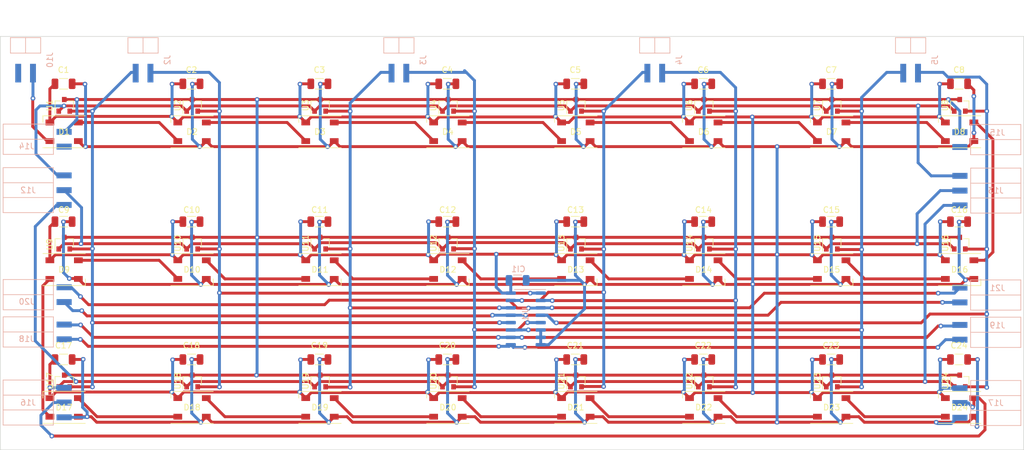
<source format=kicad_pcb>
(kicad_pcb (version 20211014) (generator pcbnew)
  (layers (0 "F.Cu" mixed) (31 "B.Cu" signal) (34 "B.Paste" user) (35 "F.Paste" user) (36 "B.SilkS" user "B.Silkscreen") (37 "F.SilkS" user "F.Silkscreen") (38 "B.Mask" user) (39 "F.Mask" user) (44 "Edge.Cuts" user))
  (net 0 "")
  (net 1 "P")
  (net 2 "LedIn")
  (net 3 "Net-(D1-Pad4)")
  (net 4 "Net-(D2-Pad4)")
  (net 5 "Net-(D3-Pad4)")
  (net 6 "Net-(D4-Pad4)")
  (net 7 "Net-(D5-Pad4)")
  (net 8 "Net-(D6-Pad4)")
  (net 9 "Net-(D7-Pad4)")
  (net 10 "GND")
  (net 12 "Net-(D10-Pad2)")
  (net 13 "Net-(D10-Pad4)")
  (net 14 "Net-(D11-Pad2)")
  (net 15 "Net-(D12-Pad2)")
  (net 16 "Net-(D13-Pad2)")
  (net 17 "Net-(D14-Pad2)")
  (net 18 "Net-(D15-Pad2)")
  (net 19 "Net-(D16-Pad2)")
  (net 20 "Net-(D17-Pad2)")
  (net 21 "Net-(D19-Pad4)")
  (net 22 "Net-(D20-Pad4)")
  (net 23 "Net-(D21-Pad4)")
  (net 24 "Net-(D22-Pad4)")
  (net 25 "Net-(D23-Pad4)")
  (net 26 "S1")
  (net 27 "S0")
  (net 28 "Hall2")
  (net 29 "Hall1")
  (net 30 "LedOut")
  (net 31 "PQ1")
  (net 32 "PQ2")
  (net 33 "PQ3")
  (net 34 "HallOut1")
  (net 35 "HallOut2")
  (net 36 "HallOut3")
  (net 37 "HallOut4")
  (net 38 "HallOut5")
  (net 39 "HallOut6")
  (net 40 "HallOut7")
  (net 41 "HallOut8")
  (net 42 "AGND")
  (net 43 "Net-(D17-Pad4)")
  (net 44 "Net-(D18-Pad4)")
  (footprint "LED_SMD:LED_SK6812_PLCC4_5.0x5.0mm_P3.2mm" (layer "F.Cu") (at 27.976201 45.896401 180)
    (fp_text reference "D1")
    (fp_text value "SK6812")
  )
  (footprint "LED_SMD:LED_SK6812_PLCC4_5.0x5.0mm_P3.2mm" (layer "F.Cu") (at 49.976201 45.896401 180)
    (fp_text reference "D2")
    (fp_text value "SK6812")
  )
  (footprint "LED_SMD:LED_SK6812_PLCC4_5.0x5.0mm_P3.2mm" (layer "F.Cu") (at 71.976201 45.896401 180)
    (fp_text reference "D3")
    (fp_text value "SK6812")
  )
  (footprint "LED_SMD:LED_SK6812_PLCC4_5.0x5.0mm_P3.2mm" (layer "F.Cu") (at 93.976201 45.896401 180)
    (fp_text reference "D4")
    (fp_text value "SK6812")
  )
  (footprint "LED_SMD:LED_SK6812_PLCC4_5.0x5.0mm_P3.2mm" (layer "F.Cu") (at 115.976201 45.896401 180)
    (fp_text reference "D5")
    (fp_text value "SK6812")
  )
  (footprint "LED_SMD:LED_SK6812_PLCC4_5.0x5.0mm_P3.2mm" (layer "F.Cu") (at 137.976201 45.896401 180)
    (fp_text reference "D6")
    (fp_text value "SK6812")
  )
  (footprint "LED_SMD:LED_SK6812_PLCC4_5.0x5.0mm_P3.2mm" (layer "F.Cu") (at 159.976201 45.896401 180)
    (fp_text reference "D7")
    (fp_text value "SK6812")
  )
  (footprint "LED_SMD:LED_SK6812_PLCC4_5.0x5.0mm_P3.2mm" (layer "F.Cu") (at 181.976201 45.896401 180)
    (fp_text reference "D8")
    (fp_text value "SK6812")
  )
  (footprint "LED_SMD:LED_SK6812_PLCC4_5.0x5.0mm_P3.2mm" (layer "F.Cu") (at 27.976201 69.596401)
    (fp_text reference "D9")
    (fp_text value "SK6812")
  )
  (footprint "LED_SMD:LED_SK6812_PLCC4_5.0x5.0mm_P3.2mm" (layer "F.Cu") (at 49.976201 69.596401)
    (fp_text reference "D10")
    (fp_text value "SK6812")
  )
  (footprint "LED_SMD:LED_SK6812_PLCC4_5.0x5.0mm_P3.2mm" (layer "F.Cu") (at 71.976201 69.596401)
    (fp_text reference "D11")
    (fp_text value "SK6812")
  )
  (footprint "LED_SMD:LED_SK6812_PLCC4_5.0x5.0mm_P3.2mm" (layer "F.Cu") (at 93.976201 69.596401)
    (fp_text reference "D12")
    (fp_text value "SK6812")
  )
  (footprint "LED_SMD:LED_SK6812_PLCC4_5.0x5.0mm_P3.2mm" (layer "F.Cu") (at 115.976201 69.596401)
    (fp_text reference "D13")
    (fp_text value "SK6812")
  )
  (footprint "LED_SMD:LED_SK6812_PLCC4_5.0x5.0mm_P3.2mm" (layer "F.Cu") (at 137.976201 69.596401)
    (fp_text reference "D14")
    (fp_text value "SK6812")
  )
  (footprint "LED_SMD:LED_SK6812_PLCC4_5.0x5.0mm_P3.2mm" (layer "F.Cu") (at 159.976201 69.596401)
    (fp_text reference "D15")
    (fp_text value "SK6812")
  )
  (footprint "LED_SMD:LED_SK6812_PLCC4_5.0x5.0mm_P3.2mm" (layer "F.Cu") (at 181.976201 69.596401)
    (fp_text reference "D16")
    (fp_text value "SK6812")
  )
  (footprint "LED_SMD:LED_SK6812_PLCC4_5.0x5.0mm_P3.2mm" (layer "F.Cu") (at 27.976201 93.296401 180)
    (fp_text reference "D17")
    (fp_text value "SK6812")
  )
  (footprint "LED_SMD:LED_SK6812_PLCC4_5.0x5.0mm_P3.2mm" (layer "F.Cu") (at 49.976201 93.296401 180)
    (fp_text reference "D18")
    (fp_text value "SK6812")
  )
  (footprint "LED_SMD:LED_SK6812_PLCC4_5.0x5.0mm_P3.2mm" (layer "F.Cu") (at 71.976201 93.296401 180)
    (fp_text reference "D19")
    (fp_text value "SK6812")
  )
  (footprint "LED_SMD:LED_SK6812_PLCC4_5.0x5.0mm_P3.2mm" (layer "F.Cu") (at 93.976201 93.296401 180)
    (fp_text reference "D20")
    (fp_text value "SK6812")
  )
  (footprint "LED_SMD:LED_SK6812_PLCC4_5.0x5.0mm_P3.2mm" (layer "F.Cu") (at 115.976201 93.296401 180)
    (fp_text reference "D21")
    (fp_text value "SK6812")
  )
  (footprint "LED_SMD:LED_SK6812_PLCC4_5.0x5.0mm_P3.2mm" (layer "F.Cu") (at 137.976201 93.296401 180)
    (fp_text reference "D22")
    (fp_text value "SK6812")
  )
  (footprint "LED_SMD:LED_SK6812_PLCC4_5.0x5.0mm_P3.2mm" (layer "F.Cu") (at 159.976201 93.296401 180)
    (fp_text reference "D23")
    (fp_text value "SK6812")
  )
  (footprint "LED_SMD:LED_SK6812_PLCC4_5.0x5.0mm_P3.2mm" (layer "F.Cu") (at 181.976201 93.296401 180)
    (fp_text reference "D24")
    (fp_text value "SK6812")
  )
  (footprint "Package_TO_SOT_SMD:SOT-23" (layer "F.Cu") (at 28 41.35 90)
    (fp_text reference "U1")
    (fp_text value "AH49E")
  )
  (footprint "Package_TO_SOT_SMD:SOT-23" (layer "F.Cu") (at 50 41.35 90)
    (fp_text reference "U2")
    (fp_text value "AH49E")
  )
  (footprint "Package_TO_SOT_SMD:SOT-23" (layer "F.Cu") (at 72 41.35 90)
    (fp_text reference "U3")
    (fp_text value "AH49E")
  )
  (footprint "Package_TO_SOT_SMD:SOT-23" (layer "F.Cu") (at 94 41.35 90)
    (fp_text reference "U4")
    (fp_text value "AH49E")
  )
  (footprint "Package_TO_SOT_SMD:SOT-23" (layer "F.Cu") (at 116 41.35 90)
    (fp_text reference "U5")
    (fp_text value "AH49E")
  )
  (footprint "Package_TO_SOT_SMD:SOT-23" (layer "F.Cu") (at 138 41.35 90)
    (fp_text reference "U6")
    (fp_text value "AH49E")
  )
  (footprint "Package_TO_SOT_SMD:SOT-23" (layer "F.Cu") (at 160 41.35 90)
    (fp_text reference "U7")
    (fp_text value "AH49E")
  )
  (footprint "Package_TO_SOT_SMD:SOT-23" (layer "F.Cu") (at 182 41.35 90)
    (fp_text reference "U8")
    (fp_text value "AH49E")
  )
  (footprint "Package_TO_SOT_SMD:SOT-23" (layer "F.Cu") (at 28 65.05 90)
    (fp_text reference "U9")
    (fp_text value "AH49E")
  )
  (footprint "Package_TO_SOT_SMD:SOT-23" (layer "F.Cu") (at 50 65.05 90)
    (fp_text reference "U10")
    (fp_text value "AH49E")
  )
  (footprint "Package_TO_SOT_SMD:SOT-23" (layer "F.Cu") (at 72 65.05 90)
    (fp_text reference "U11")
    (fp_text value "AH49E")
  )
  (footprint "Package_TO_SOT_SMD:SOT-23" (layer "F.Cu") (at 94 65.05 90)
    (fp_text reference "U12")
    (fp_text value "AH49E")
  )
  (footprint "Package_TO_SOT_SMD:SOT-23" (layer "F.Cu") (at 116 65.05 90)
    (fp_text reference "U13")
    (fp_text value "AH49E")
  )
  (footprint "Package_TO_SOT_SMD:SOT-23" (layer "F.Cu") (at 138 65.05 90)
    (fp_text reference "U14")
    (fp_text value "AH49E")
  )
  (footprint "Package_TO_SOT_SMD:SOT-23" (layer "F.Cu") (at 160 65.05 90)
    (fp_text reference "U15")
    (fp_text value "AH49E")
  )
  (footprint "Package_TO_SOT_SMD:SOT-23" (layer "F.Cu") (at 182 65.05 90)
    (fp_text reference "U16")
    (fp_text value "AH49E")
  )
  (footprint "Package_TO_SOT_SMD:SOT-23" (layer "F.Cu") (at 28 88.75 90)
    (fp_text reference "U17")
    (fp_text value "AH49E")
  )
  (footprint "Package_TO_SOT_SMD:SOT-23" (layer "F.Cu") (at 50 88.75 90)
    (fp_text reference "U18")
    (fp_text value "AH49E")
  )
  (footprint "Package_TO_SOT_SMD:SOT-23" (layer "F.Cu") (at 72 88.75 90)
    (fp_text reference "U19")
    (fp_text value "AH49E")
  )
  (footprint "Package_TO_SOT_SMD:SOT-23" (layer "F.Cu") (at 94 88.75 90)
    (fp_text reference "U20")
    (fp_text value "AH49E")
  )
  (footprint "Package_TO_SOT_SMD:SOT-23" (layer "F.Cu") (at 116 88.75 90)
    (fp_text reference "U21")
    (fp_text value "AH49E")
  )
  (footprint "Package_TO_SOT_SMD:SOT-23" (layer "F.Cu") (at 138 88.75 90)
    (fp_text reference "U22")
    (fp_text value "AH49E")
  )
  (footprint "Package_TO_SOT_SMD:SOT-23" (layer "F.Cu") (at 160 88.75 90)
    (fp_text reference "U23")
    (fp_text value "AH49E")
  )
  (footprint "Package_TO_SOT_SMD:SOT-23" (layer "F.Cu") (at 182 88.75 90)
    (fp_text reference "U24")
    (fp_text value "AH49E")
  )
  (footprint "Capacitor_SMD:C_1206_3216Metric" (layer "F.Cu") (at 27.8768 37.65 180)
    (fp_text reference "C1")
    (fp_text value "C104")
  )
  (footprint "Capacitor_SMD:C_1206_3216Metric" (layer "F.Cu") (at 115.8768 37.65 180)
    (fp_text reference "C5")
    (fp_text value "C104")
  )
  (footprint "Capacitor_SMD:C_1206_3216Metric" (layer "F.Cu") (at 137.8768 37.65 180)
    (fp_text reference "C6")
    (fp_text value "C104")
  )
  (footprint "MountingHole:MountingHole_3mm" (layer "F.Cu") (at 105.98 53.92)
    (fp_text reference "M2" hide)
    (fp_text value "MountingHole_3mm")
  )
  (footprint "Capacitor_SMD:C_1206_3216Metric" (layer "F.Cu") (at 137.8768 85.05 180)
    (fp_text reference "C22")
    (fp_text value "C104")
  )
  (footprint "Capacitor_SMD:C_1206_3216Metric" (layer "F.Cu") (at 71.8768 85.05 180)
    (fp_text reference "C19")
    (fp_text value "C104")
  )
  (footprint "Capacitor_SMD:C_1206_3216Metric" (layer "F.Cu") (at 93.8768 85.05 180)
    (fp_text reference "C20")
    (fp_text value "C104")
  )
  (footprint "Capacitor_SMD:C_1206_3216Metric" (layer "F.Cu") (at 49.8768 85.05 180)
    (fp_text reference "C18")
    (fp_text value "C104")
  )
  (footprint "Capacitor_SMD:C_1206_3216Metric" (layer "F.Cu") (at 181.8768 85.05 180)
    (fp_text reference "C24")
    (fp_text value "C104")
  )
  (footprint "Capacitor_SMD:C_1206_3216Metric" (layer "F.Cu") (at 27.8768 85.05 180)
    (fp_text reference "C17")
    (fp_text value "C104")
  )
  (footprint "Capacitor_SMD:C_1206_3216Metric" (layer "F.Cu") (at 159.8768 37.65 180)
    (fp_text reference "C7")
    (fp_text value "C104")
  )
  (footprint "Capacitor_SMD:C_1206_3216Metric" (layer "F.Cu") (at 27.8768 61.35)
    (fp_text reference "C9")
    (fp_text value "C104")
  )
  (footprint "Capacitor_SMD:C_1206_3216Metric" (layer "F.Cu") (at 137.8768 61.35)
    (fp_text reference "C14")
    (fp_text value "C104")
  )
  (footprint "Capacitor_SMD:C_1206_3216Metric" (layer "F.Cu") (at 71.8768 37.65 180)
    (fp_text reference "C3")
    (fp_text value "C104")
  )
  (footprint "Capacitor_SMD:C_1206_3216Metric" (layer "F.Cu") (at 159.8768 85.05 180)
    (fp_text reference "C23")
    (fp_text value "C104")
  )
  (footprint "Capacitor_SMD:C_1206_3216Metric" (layer "F.Cu") (at 159.8768 61.35)
    (fp_text reference "C15")
    (fp_text value "C104")
  )
  (footprint "MountingHole:MountingHole_3mm" (layer "F.Cu") (at 170.85 54.72)
    (fp_text reference "M3" hide)
    (fp_text value "MountingHole_3mm")
  )
  (footprint "Capacitor_SMD:C_1206_3216Metric" (layer "F.Cu") (at 93.8768 37.65 180)
    (fp_text reference "C4")
    (fp_text value "C104")
  )
  (footprint "Capacitor_SMD:C_1206_3216Metric" (layer "F.Cu") (at 49.8768 61.35)
    (fp_text reference "C10")
    (fp_text value "C104")
  )
  (footprint "Capacitor_SMD:C_1206_3216Metric" (layer "F.Cu") (at 181.8768 37.65 180)
    (fp_text reference "C8")
    (fp_text value "C104")
  )
  (footprint "Capacitor_SMD:C_1206_3216Metric" (layer "F.Cu") (at 181.8768 61.35)
    (fp_text reference "C16")
    (fp_text value "C104")
  )
  (footprint "Capacitor_SMD:C_1206_3216Metric" (layer "F.Cu") (at 115.8768 61.35)
    (fp_text reference "C13")
    (fp_text value "C104")
  )
  (footprint "Capacitor_SMD:C_1206_3216Metric" (layer "F.Cu") (at 49.8768 37.65 180)
    (fp_text reference "C2")
    (fp_text value "C104")
  )
  (footprint "Capacitor_SMD:C_1206_3216Metric" (layer "F.Cu") (at 71.8768 61.35)
    (fp_text reference "C11")
    (fp_text value "C104")
  )
  (footprint "Capacitor_SMD:C_1206_3216Metric" (layer "F.Cu") (at 93.8768 61.35)
    (fp_text reference "C12")
    (fp_text value "C104")
  )
  (footprint "MountingHole:MountingHole_3mm" (layer "F.Cu") (at 39.54 54.16)
    (fp_text reference "M1" hide)
    (fp_text value "MountingHole_3mm")
  )
  (footprint "Capacitor_SMD:C_1206_3216Metric" (layer "F.Cu") (at 115.8768 85.05 180)
    (fp_text reference "C21")
    (fp_text value "C104")
  )
  (footprint "Connector_PinSocket_2.54mm:PinSocket_1x02_P2.54mm_Horizontal_SMD" (layer "B.Cu") (at 186.8 80.35 180)
    (fp_text reference "J19")
    (fp_text value "IC_side_b")
  )
  (footprint "Connector_PinSocket_2.54mm:PinSocket_1x03_P2.54mm_Horizontal_SMD" (layer "B.Cu") (at 23.2 92.5)
    (fp_text reference "J16")
    (fp_text value "LedOut_side_a")
  )
  (footprint "Connector_PinHeader_2.54mm:PinHeader_1x02_P2.54mm_Horizontal_SMD" (layer "B.Cu") (at 41.55 31.03 90)
    (fp_text reference "J2")
    (fp_text value "Hall_top")
  )
  (footprint "Connector_PinSocket_2.54mm:PinSocket_1x03_P2.54mm_Horizontal_SMD" (layer "B.Cu") (at 186.8 55.975 180)
    (fp_text reference "J13")
    (fp_text value "PQ_side_b")
  )
  (footprint "Package_SO:SO-16_3.9x9.9mm_P1.27mm" (layer "B.Cu") (at 107.361904 78.08 180)
    (fp_text reference "UI1")
    (fp_text value "74hc4052D")
  )
  (footprint "Connector_PinSocket_2.54mm:PinSocket_1x02_P2.54mm_Horizontal_SMD" (layer "B.Cu") (at 23.2 47.21)
    (fp_text reference "J14")
    (fp_text value "Touch_side_a")
  )
  (footprint "Connector_PinSocket_2.54mm:PinSocket_1x03_P2.54mm_Horizontal_SMD" (layer "B.Cu") (at 186.8 92.5 180)
    (fp_text reference "J17")
    (fp_text value "LedOut_side_b")
  )
  (footprint "Connector_PinHeader_2.54mm:PinHeader_1x02_P2.54mm_Horizontal_SMD" (layer "B.Cu") (at 85.55 31.03 90)
    (fp_text reference "J3")
    (fp_text value "Hall_top")
  )
  (footprint "Capacitor_SMD:C_1206_3216Metric" (layer "B.Cu") (at 105.96 71.44)
    (fp_text reference "CI1")
    (fp_text value "C104")
  )
  (footprint "Connector_PinSocket_2.54mm:PinSocket_1x02_P2.54mm_Horizontal_SMD" (layer "B.Cu") (at 23.2 73.94)
    (fp_text reference "J20")
    (fp_text value "Hall_side_a")
  )
  (footprint "Connector_PinSocket_2.54mm:PinSocket_1x02_P2.54mm_Horizontal_SMD" (layer "B.Cu") (at 23.2 80.35)
    (fp_text reference "J18")
    (fp_text value "IC_side_a")
  )
  (footprint "Connector_PinHeader_2.54mm:PinHeader_1x02_P2.54mm_Horizontal_SMD" (layer "B.Cu") (at 21.35 31.03 90)
    (fp_text reference "J10")
    (fp_text value "LedIn")
  )
  (footprint "Connector_PinSocket_2.54mm:PinSocket_1x02_P2.54mm_Horizontal_SMD" (layer "B.Cu") (at 186.8 73.94 180)
    (fp_text reference "J21")
    (fp_text value "Hall_side_b")
  )
  (footprint "Connector_PinSocket_2.54mm:PinSocket_1x02_P2.54mm_Horizontal_SMD" (layer "B.Cu") (at 186.8 47.21 180)
    (fp_text reference "J15")
    (fp_text value "Touch_side_b")
  )
  (footprint "Connector_PinSocket_2.54mm:PinSocket_1x03_P2.54mm_Horizontal_SMD" (layer "B.Cu") (at 23.2 55.975)
    (fp_text reference "J12")
    (fp_text value "PQ_side_a")
  )
  (footprint "Connector_PinHeader_2.54mm:PinHeader_1x02_P2.54mm_Horizontal_SMD" (layer "B.Cu") (at 173.55 31.03 90)
    (fp_text reference "J5")
    (fp_text value "Hall_top")
  )
  (footprint "Connector_PinHeader_2.54mm:PinHeader_1x02_P2.54mm_Horizontal_SMD" (layer "B.Cu") (at 129.55 31.03 90)
    (fp_text reference "J4")
    (fp_text value "Hall_top")
  )
  (gr_rect (start 17 100.6) (end 193 29.5) (layer "Edge.Cuts") (width 0.1) (fill none))
  (segment (start 53.376202 48.446402) (end 73.4762 48.446402) (width 0.5) (layer "F.Cu") (net 1))
  (segment (start 48.476202 67.0464) (end 68.5762 67.0464) (width 0.5) (layer "F.Cu") (net 1))
  (segment (start 53.376202 95.846402) (end 73.4762 95.846402) (width 0.5) (layer "F.Cu") (net 1))
  (segment (start 90.5762 67.0464) (end 70.476202 67.0464) (width 0.5) (layer "F.Cu") (net 1))
  (segment (start 136.476202 67.0464) (end 135.526201 67.996401) (width 0.5) (layer "F.Cu") (net 1))
  (segment (start 117.3518 85.05) (end 115.92 85.05) (width 0.5) (layer "F.Cu") (net 1))
  (segment (start 73.4762 48.446402) (end 74.426201 47.496401) (width 0.5) (layer "F.Cu") (net 1))
  (segment (start 114.476202 67.0464) (end 113.526201 67.996401) (width 0.5) (layer "F.Cu") (net 1))
  (segment (start 134.5762 67.0464) (end 114.476202 67.0464) (width 0.5) (layer "F.Cu") (net 1))
  (segment (start 162.426201 47.496401) (end 163.376202 48.446402) (width 0.5) (layer "F.Cu") (net 1))
  (segment (start 121.58624 95.846402) (end 139.4762 95.846402) (width 0.5) (layer "F.Cu") (net 1))
  (segment (start 156.5762 67.0464) (end 136.476202 67.0464) (width 0.5) (layer "F.Cu") (net 1))
  (segment (start 95.4762 48.446402) (end 96.426201 47.496401) (width 0.5) (layer "F.Cu") (net 1))
  (segment (start 139.3518 85.05) (end 137.92 85.05) (width 0.5) (layer "F.Cu") (net 1))
  (segment (start 178.5762 67.0464) (end 179.526201 67.996401) (width 0.5) (layer "F.Cu") (net 1))
  (segment (start 29.3518 85.05) (end 31.22 85.05) (width 0.5) (layer "F.Cu") (net 1))
  (segment (start 26.4018 61.35) (end 25.526201 62.225599) (width 0.5) (layer "F.Cu") (net 1))
  (segment (start 96.426201 94.896401) (end 98.636239 94.896401) (width 0.5) (layer "F.Cu") (net 1))
  (segment (start 177.943598 95.846402) (end 183.4762 95.846402) (width 0.5) (layer "F.Cu") (net 1))
  (segment (start 32.636239 94.896401) (end 33.58624 95.846402) (width 0.5) (layer "F.Cu") (net 1))
  (segment (start 31.933599 94.896401) (end 32.636239 94.896401) (width 0.5) (layer "F.Cu") (net 1))
  (segment (start 51.3518 37.65) (end 50.08 37.65) (width 0.5) (layer "F.Cu") (net 1))
  (segment (start 92.4018 61.35) (end 90.66 61.35) (width 0.5) (layer "F.Cu") (net 1))
  (segment (start 46.5762 67.0464) (end 26.476202 67.0464) (width 0.5) (layer "F.Cu") (net 1))
  (segment (start 184.426201 46.073799) (end 184.44 46.06) (width 0.5) (layer "F.Cu") (net 1))
  (segment (start 92.572601 66.950001) (end 91.526201 67.996401) (width 0.5) (layer "F.Cu") (net 1))
  (segment (start 143.58624 95.846402) (end 161.4762 95.846402) (width 0.5) (layer "F.Cu") (net 1))
  (segment (start 74.426201 94.896401) (end 76.636239 94.896401) (width 0.5) (layer "F.Cu") (net 1))
  (segment (start 91.526201 67.996401) (end 90.5762 67.0464) (width 0.5) (layer "F.Cu") (net 1))
  (segment (start 102.289999 66.950001) (end 92.572601 66.950001) (width 0.5) (layer "F.Cu") (net 1))
  (segment (start 165.58624 95.846402) (end 177.943598 95.846402) (width 0.5) (layer "F.Cu") (net 1))
  (segment (start 47.526201 67.996401) (end 46.5762 67.0464) (width 0.5) (layer "F.Cu") (net 1))
  (segment (start 95.3518 37.65) (end 94.08 37.65) (width 0.5) (layer "F.Cu") (net 1))
  (segment (start 136.4018 61.35) (end 134.66 61.35) (width 0.5) (layer "F.Cu") (net 1))
  (segment (start 50.08 37.65) (end 50.03 37.7) (width 0.5) (layer "F.Cu") (net 1))
  (segment (start 140.426201 47.496401) (end 141.376202 48.446402) (width 0.5) (layer "F.Cu") (net 1))
  (segment (start 30.426201 94.896401) (end 31.933599 94.896401) (width 0.5) (layer "F.Cu") (net 1))
  (segment (start 73.3518 37.65) (end 72.08 37.65) (width 0.5) (layer "F.Cu") (net 1))
  (segment (start 26.476202 67.0464) (end 25.526201 67.996401) (width 0.5) (layer "F.Cu") (net 1))
  (segment (start 184.97 95.4402) (end 184.426201 94.896401) (width 0.5) (layer "F.Cu") (net 1))
  (segment (start 77.58624 95.846402) (end 95.4762 95.846402) (width 0.5) (layer "F.Cu") (net 1))
  (segment (start 31.22 85.05) (end 31.25 85.02) (width 0.5) (layer "F.Cu") (net 1))
  (segment (start 31.51 37.65) (end 31.56 37.7) (width 0.5) (layer "F.Cu") (net 1))
  (segment (start 51.4762 95.846402) (end 52.426201 94.896401) (width 0.5) (layer "F.Cu") (net 1))
  (segment (start 118.426201 47.496401) (end 119.376202 48.446402) (width 0.5) (layer "F.Cu") (net 1))
  (segment (start 51.3518 85.05) (end 49.92 85.05) (width 0.5) (layer "F.Cu") (net 1))
  (segment (start 118.426201 94.896401) (end 120.636239 94.896401) (width 0.5) (layer "F.Cu") (net 1))
  (segment (start 97.376202 48.446402) (end 117.4762 48.446402) (width 0.5) (layer "F.Cu") (net 1))
  (segment (start 185.04 85.05) (end 185.05 85.06) (width 0.5) (layer "F.Cu") (net 1))
  (segment (start 48.4018 61.35) (end 46.66 61.35) (width 0.5) (layer "F.Cu") (net 1))
  (segment (start 163.376202 48.446402) (end 183.4762 48.446402) (width 0.5) (layer "F.Cu") (net 1))
  (segment (start 117.4762 95.846402) (end 118.426201 94.896401) (width 0.5) (layer "F.Cu") (net 1))
  (segment (start 70.4018 61.35) (end 68.66 61.35) (width 0.5) (layer "F.Cu") (net 1))
  (segment (start 46.66 61.35) (end 46.65 61.36) (width 0.5) (layer "F.Cu") (net 1))
  (segment (start 139.3518 37.65) (end 138.08 37.65) (width 0.5) (layer "F.Cu") (net 1))
  (segment (start 161.4762 95.846402) (end 162.426201 94.896401) (width 0.5) (layer "F.Cu") (net 1))
  (segment (start 96.426201 47.496401) (end 97.376202 48.446402) (width 0.5) (layer "F.Cu") (net 1))
  (segment (start 29.3518 37.65) (end 31.51 37.65) (width 0.5) (layer "F.Cu") (net 1))
  (segment (start 52.426201 94.896401) (end 53.376202 95.846402) (width 0.5) (layer "F.Cu") (net 1))
  (segment (start 183.4762 48.446402) (end 184.426201 47.496401) (width 0.5) (layer "F.Cu") (net 1))
  (segment (start 95.4762 95.846402) (end 96.426201 94.896401) (width 0.5) (layer "F.Cu") (net 1))
  (segment (start 184.42 38.7182) (end 183.3518 37.65) (width 0.5) (layer "F.Cu") (net 1))
  (segment (start 119.376202 48.446402) (end 139.4762 48.446402) (width 0.5) (layer "F.Cu") (net 1))
  (segment (start 117.4762 48.446402) (end 118.426201 47.496401) (width 0.5) (layer "F.Cu") (net 1))
  (segment (start 184.426201 47.496401) (end 184.426201 46.073799) (width 0.5) (layer "F.Cu") (net 1))
  (segment (start 73.3518 85.05) (end 71.92 85.05) (width 0.5) (layer "F.Cu") (net 1))
  (segment (start 135.526201 67.996401) (end 134.5762 67.0464) (width 0.5) (layer "F.Cu") (net 1))
  (segment (start 31.376202 48.446402) (end 31.663598 48.446402) (width 0.5) (layer "F.Cu") (net 1))
  (segment (start 184.42 39.8) (end 184.42 38.7182) (width 0.5) (layer "F.Cu") (net 1))
  (segment (start 142.636239 94.896401) (end 143.58624 95.846402) (width 0.5) (layer "F.Cu") (net 1))
  (segment (start 70.476202 67.0464) (end 69.526201 67.996401) (width 0.5) (layer "F.Cu") (net 1))
  (segment (start 99.58624 95.846402) (end 117.4762 95.846402) (width 0.5) (layer "F.Cu") (net 1))
  (segment (start 161.3518 37.65) (end 160.08 37.65) (width 0.5) (layer "F.Cu") (net 1))
  (segment (start 48.476202 67.0464) (end 47.526201 67.996401) (width 0.5) (layer "F.Cu") (net 1))
  (segment (start 113.526201 67.996401) (end 112.479801 66.950001) (width 0.5) (layer "F.Cu") (net 1))
  (segment (start 180.4018 61.35) (end 178.66 61.35) (width 0.5) (layer "F.Cu") (net 1))
  (segment (start 69.526201 67.996401) (end 68.5762 67.0464) (width 0.5) (layer "F.Cu") (net 1))
  (segment (start 161.4762 48.446402) (end 162.426201 47.496401) (width 0.5) (layer "F.Cu") (net 1))
  (segment (start 139.4762 95.846402) (end 140.426201 94.896401) (width 0.5) (layer "F.Cu") (net 1))
  (segment (start 184.97 96.58) (end 184.97 95.4402) (width 0.5) (layer "F.Cu") (net 1))
  (segment (start 183.3518 85.05) (end 185.04 85.05) (width 0.5) (layer "F.Cu") (net 1))
  (segment (start 183.4762 95.846402) (end 184.426201 94.896401) (width 0.5) (layer "F.Cu") (net 1))
  (segment (start 157.526201 67.996401) (end 156.5762 67.0464) (width 0.5) (layer "F.Cu") (net 1))
  (segment (start 30.426201 47.496401) (end 31.376202 48.446402) (width 0.5) (layer "F.Cu") (net 1))
  (segment (start 73.4762 95.846402) (end 74.426201 94.896401) (width 0.5) (layer "F.Cu") (net 1))
  (segment (start 117.3518 37.65) (end 116.08 37.65) (width 0.5) (layer "F.Cu") (net 1))
  (segment (start 140.426201 94.896401) (end 142.636239 94.896401) (width 0.5) (layer "F.Cu") (net 1))
  (segment (start 158.476202 67.0464) (end 178.5762 67.0464) (width 0.5) (layer "F.Cu") (net 1))
  (segment (start 33.58624 95.846402) (end 51.4762 95.846402) (width 0.5) (layer "F.Cu") (net 1))
  (segment (start 164.636239 94.896401) (end 165.58624 95.846402) (width 0.5) (layer "F.Cu") (net 1))
  (segment (start 161.3518 85.05) (end 159.92 85.05) (width 0.5) (layer "F.Cu") (net 1))
  (segment (start 75.376202 48.446402) (end 95.4762 48.446402) (width 0.5) (layer "F.Cu") (net 1))
  (segment (start 162.426201 94.896401) (end 164.636239 94.896401) (width 0.5) (layer "F.Cu") (net 1))
  (segment (start 141.376202 48.446402) (end 161.4762 48.446402) (width 0.5) (layer "F.Cu") (net 1))
  (segment (start 95.3518 85.05) (end 93.92 85.05) (width 0.5) (layer "F.Cu") (net 1))
  (segment (start 157.526201 67.996401) (end 158.476202 67.0464) (width 0.5) (layer "F.Cu") (net 1))
  (segment (start 74.426201 47.496401) (end 75.376202 48.446402) (width 0.5) (layer "F.Cu") (net 1))
  (segment (start 139.4762 48.446402) (end 140.426201 47.496401) (width 0.5) (layer "F.Cu") (net 1))
  (segment (start 31.663598 48.446402) (end 51.4762 48.446402) (width 0.5) (layer "F.Cu") (net 1))
  (segment (start 120.636239 94.896401) (end 121.58624 95.846402) (width 0.5) (layer "F.Cu") (net 1))
  (segment (start 51.4762 48.446402) (end 52.426201 47.496401) (width 0.5) (layer "F.Cu") (net 1))
  (segment (start 52.426201 47.496401) (end 53.376202 48.446402) (width 0.5) (layer "F.Cu") (net 1))
  (segment (start 76.636239 94.896401) (end 77.58624 95.846402) (width 0.5) (layer "F.Cu") (net 1))
  (segment (start 158.4018 61.35) (end 156.66 61.35) (width 0.5) (layer "F.Cu") (net 1))
  (segment (start 114.4018 61.35) (end 112.66 61.35) (width 0.5) (layer "F.Cu") (net 1))
  (segment (start 25.526201 62.225599) (end 25.526201 67.996401) (width 0.5) (layer "F.Cu") (net 1))
  (segment (start 98.636239 94.896401) (end 99.58624 95.846402) (width 0.5) (layer "F.Cu") (net 1))
  (segment (start 112.479801 66.950001) (end 102.289999 66.950001) (width 0.5) (layer "F.Cu") (net 1))
  (via (at 93.92 85.05) (size 0.8) (drill 0.4) (layers "F.Cu" "B.Cu") (net 1))
  (via (at 150.586402 66.993598) (size 0.8) (drill 0.4) (layers "F.Cu" "B.Cu") (net 1))
  (via (at 184.97 96.58) (size 0.8) (drill 0.4) (layers "F.Cu" "B.Cu") (net 1))
  (via (at 90.5762 67.0464) (size 0.8) (drill 0.4) (layers "F.Cu" "B.Cu") (net 1))
  (via (at 139.4762 95.846402) (size 0.8) (drill 0.4) (layers "F.Cu" "B.Cu") (net 1))
  (via (at 139.283598 48.446402) (size 0.8) (drill 0.4) (layers "F.Cu" "B.Cu") (net 1))
  (via (at 49.92 85.05) (size 0.8) (drill 0.4) (layers "F.Cu" "B.Cu") (net 1))
  (via (at 90.65 61.36) (size 0.8) (drill 0.4) (layers "F.Cu" "B.Cu") (net 1))
  (via (at 137.92 85.05) (size 0.8) (drill 0.4) (layers "F.Cu" "B.Cu") (net 1))
  (via (at 72.03 37.7) (size 0.8) (drill 0.4) (layers "F.Cu" "B.Cu") (net 1))
  (via (at 159.92 85.05) (size 0.8) (drill 0.4) (layers "F.Cu" "B.Cu") (net 1))
  (via (at 178.65 61.36) (size 0.8) (drill 0.4) (layers "F.Cu" "B.Cu") (net 1))
  (via (at 94.03 37.7) (size 0.8) (drill 0.4) (layers "F.Cu" "B.Cu") (net 1))
  (via (at 112.65 61.36) (size 0.8) (drill 0.4) (layers "F.Cu" "B.Cu") (net 1))
  (via (at 31.56 37.7) (size 0.8) (drill 0.4) (layers "F.Cu" "B.Cu") (net 1))
  (via (at 73.283598 48.446402) (size 0.8) (drill 0.4) (layers "F.Cu" "B.Cu") (net 1))
  (via (at 31.933599 94.896401) (size 0.8) (drill 0.4) (layers "F.Cu" "B.Cu") (net 1))
  (via (at 51.283598 48.446402) (size 0.8) (drill 0.4) (layers "F.Cu" "B.Cu") (net 1))
  (via (at 117.4762 95.846402) (size 0.8) (drill 0.4) (layers "F.Cu" "B.Cu") (net 1))
  (via (at 68.65 61.36) (size 0.8) (drill 0.4) (layers "F.Cu" "B.Cu") (net 1))
  (via (at 112.5762 67.0464) (size 0.8) (drill 0.4) (layers "F.Cu" "B.Cu") (net 1))
  (via (at 31.663598 48.446402) (size 0.8) (drill 0.4) (layers "F.Cu" "B.Cu") (net 1))
  (via (at 177.943598 95.846402) (size 0.8) (drill 0.4) (layers "F.Cu" "B.Cu") (net 1))
  (via (at 161.4762 95.846402) (size 0.8) (drill 0.4) (layers "F.Cu" "B.Cu") (net 1))
  (via (at 116.03 37.7) (size 0.8) (drill 0.4) (layers "F.Cu" "B.Cu") (net 1))
  (via (at 161.283598 48.446402) (size 0.8) (drill 0.4) (layers "F.Cu" "B.Cu") (net 1))
  (via (at 31.25 85.02) (size 0.8) (drill 0.4) (layers "F.Cu" "B.Cu") (net 1))
  (via (at 102.289999 66.950001) (size 0.8) (drill 0.4) (layers "F.Cu" "B.Cu") (net 1))
  (via (at 185.05 85.06) (size 0.8) (drill 0.4) (layers "F.Cu" "B.Cu") (net 1))
  (via (at 50.03 37.7) (size 0.8) (drill 0.4) (layers "F.Cu" "B.Cu") (net 1))
  (via (at 160.03 37.7) (size 0.8) (drill 0.4) (layers "F.Cu" "B.Cu") (net 1))
  (via (at 150.573598 95.846402) (size 0.8) (drill 0.4) (layers "F.Cu" "B.Cu") (net 1))
  (via (at 73.4762 95.846402) (size 0.8) (drill 0.4) (layers "F.Cu" "B.Cu") (net 1))
  (via (at 156.5762 67.0464) (size 0.8) (drill 0.4) (layers "F.Cu" "B.Cu") (net 1))
  (via (at 46.5762 67.0464) (size 0.8) (drill 0.4) (layers "F.Cu" "B.Cu") (net 1))
  (via (at 71.92 85.05) (size 0.8) (drill 0.4) (layers "F.Cu" "B.Cu") (net 1))
  (via (at 115.92 85.05) (size 0.8) (drill 0.4) (layers "F.Cu" "B.Cu") (net 1))
  (via (at 184.42 39.8) (size 0.8) (drill 0.4) (layers "F.Cu" "B.Cu") (net 1))
  (via (at 95.283598 48.446402) (size 0.8) (drill 0.4) (layers "F.Cu" "B.Cu") (net 1))
  (via (at 117.283598 48.446402) (size 0.8) (drill 0.4) (layers "F.Cu" "B.Cu") (net 1))
  (via (at 156.65 61.36) (size 0.8) (drill 0.4) (layers "F.Cu" "B.Cu") (net 1))
  (via (at 134.65 61.36) (size 0.8) (drill 0.4) (layers "F.Cu" "B.Cu") (net 1))
  (via (at 46.65 61.36) (size 0.8) (drill 0.4) (layers "F.Cu" "B.Cu") (net 1))
  (via (at 51.4762 95.846402) (size 0.8) (drill 0.4) (layers "F.Cu" "B.Cu") (net 1))
  (via (at 68.5762 67.0464) (size 0.8) (drill 0.4) (layers "F.Cu" "B.Cu") (net 1))
  (via (at 138.03 37.7) (size 0.8) (drill 0.4) (layers "F.Cu" "B.Cu") (net 1))
  (via (at 184.44 46.06) (size 0.8) (drill 0.4) (layers "F.Cu" "B.Cu") (net 1))
  (via (at 150.586402 48.446402) (size 0.8) (drill 0.4) (layers "F.Cu" "B.Cu") (net 1))
  (via (at 95.4762 95.846402) (size 0.8) (drill 0.4) (layers "F.Cu" "B.Cu") (net 1))
  (via (at 178.5762 67.0464) (size 0.8) (drill 0.4) (layers "F.Cu" "B.Cu") (net 1))
  (via (at 134.5762 67.0464) (size 0.8) (drill 0.4) (layers "F.Cu" "B.Cu") (net 1))
  (segment (start 94.03 37.7) (end 94.03 47.192804) (width 0.5) (layer "B.Cu") (net 1))
  (segment (start 31.663598 48.446402) (end 31.663598 37.803598) (width 0.5) (layer "B.Cu") (net 1))
  (segment (start 116.03 37.7) (end 116.03 47.192804) (width 0.5) (layer "B.Cu") (net 1))
  (segment (start 115.92 85.05) (end 115.92 94.290202) (width 0.5) (layer "B.Cu") (net 1))
  (segment (start 90.65 61.36) (end 90.65 66.9726) (width 0.5) (layer "B.Cu") (net 1))
  (segment (start 178.177196 96.08) (end 177.943598 95.846402) (width 0.5) (layer "B.Cu") (net 1))
  (segment (start 184.44 39.82) (end 184.42 39.8) (width 0.5) (layer "B.Cu") (net 1))
  (segment (start 178.65 61.36) (end 178.65 66.9726) (width 0.5) (layer "B.Cu") (net 1))
  (segment (start 46.65 66.9726) (end 46.5762 67.0464) (width 0.5) (layer "B.Cu") (net 1))
  (segment (start 49.92 85.05) (end 49.92 94.290202) (width 0.5) (layer "B.Cu") (net 1))
  (segment (start 31.83 95) (end 31.933599 94.896401) (width 0.5) (layer "B.Cu") (net 1))
  (segment (start 104.786904 73.635) (end 103.295 73.635) (width 0.5) (layer "B.Cu") (net 1))
  (segment (start 71.92 85.05) (end 71.92 94.290202) (width 0.5) (layer "B.Cu") (net 1))
  (segment (start 138.03 47.192804) (end 139.283598 48.446402) (width 0.5) (layer "B.Cu") (net 1))
  (segment (start 50.03 37.7) (end 50.03 47.192804) (width 0.5) (layer "B.Cu") (net 1))
  (segment (start 112.65 61.36) (end 112.65 66.9726) (width 0.5) (layer "B.Cu") (net 1))
  (segment (start 50.03 47.192804) (end 51.283598 48.446402) (width 0.5) (layer "B.Cu") (net 1))
  (segment (start 159.92 85.05) (end 159.92 94.290202) (width 0.5) (layer "B.Cu") (net 1))
  (segment (start 31.663598 37.803598) (end 31.56 37.7) (width 0.5) (layer "B.Cu") (net 1))
  (segment (start 150.586402 66.993598) (end 150.586402 95.833598) (width 0.5) (layer "B.Cu") (net 1))
  (segment (start 46.65 61.36) (end 46.65 66.9726) (width 0.5) (layer "B.Cu") (net 1))
  (segment (start 31.933599 94.063599) (end 31.16 93.29) (width 0.5) (layer "B.Cu") (net 1))
  (segment (start 93.92 85.05) (end 93.92 94.290202) (width 0.5) (layer "B.Cu") (net 1))
  (segment (start 181.54 95.08) (end 180.54 96.08) (width 0.5) (layer "B.Cu") (net 1))
  (segment (start 159.92 94.290202) (end 161.4762 95.846402) (width 0.5) (layer "B.Cu") (net 1))
  (segment (start 150.586402 48.446402) (end 150.586402 66.993598) (width 0.5) (layer "B.Cu") (net 1))
  (segment (start 185.05 85.06) (end 185.05 96.5) (width 0.5) (layer "B.Cu") (net 1))
  (segment (start 31.16 85.11) (end 31.25 85.02) (width 0.5) (layer "B.Cu") (net 1))
  (segment (start 180.54 96.08) (end 178.177196 96.08) (width 0.5) (layer "B.Cu") (net 1))
  (segment (start 134.65 61.36) (end 134.65 66.9726) (width 0.5) (layer "B.Cu") (net 1))
  (segment (start 94.03 47.192804) (end 95.283598 48.446402) (width 0.5) (layer "B.Cu") (net 1))
  (segment (start 102.289999 72.629999) (end 102.289999 66.950001) (width 0.5) (layer "B.Cu") (net 1))
  (segment (start 160.03 37.7) (end 160.03 47.192804) (width 0.5) (layer "B.Cu") (net 1))
  (segment (start 185.05 96.5) (end 184.97 96.58) (width 0.5) (layer "B.Cu") (net 1))
  (segment (start 138.03 37.7) (end 138.03 47.192804) (width 0.5) (layer "B.Cu") (net 1))
  (segment (start 68.65 61.36) (end 68.65 66.9726) (width 0.5) (layer "B.Cu") (net 1))
  (segment (start 137.92 85.05) (end 137.92 94.290202) (width 0.5) (layer "B.Cu") (net 1))
  (segment (start 160.03 47.192804) (end 161.283598 48.446402) (width 0.5) (layer "B.Cu") (net 1))
  (segment (start 104.786904 73.635) (end 104.786904 71.741904) (width 0.5) (layer "B.Cu") (net 1))
  (segment (start 49.92 94.290202) (end 51.4762 95.846402) (width 0.5) (layer "B.Cu") (net 1))
  (segment (start 115.92 94.290202) (end 117.4762 95.846402) (width 0.5) (layer "B.Cu") (net 1))
  (segment (start 184.44 46.06) (end 184.44 39.82) (width 0.5) (layer "B.Cu") (net 1))
  (segment (start 31.933599 94.896401) (end 31.933599 94.063599) (width 0.5) (layer "B.Cu") (net 1))
  (segment (start 137.92 94.290202) (end 139.4762 95.846402) (width 0.5) (layer "B.Cu") (net 1))
  (segment (start 156.65 61.36) (end 156.65 66.9726) (width 0.5) (layer "B.Cu") (net 1))
  (segment (start 71.92 94.290202) (end 73.4762 95.846402) (width 0.5) (layer "B.Cu") (net 1))
  (segment (start 150.586402 95.833598) (end 150.573598 95.846402) (width 0.5) (layer "B.Cu") (net 1))
  (segment (start 27.97 95) (end 31.83 95) (width 0.5) (layer "B.Cu") (net 1))
  (segment (start 31.16 93.29) (end 31.16 85.11) (width 0.5) (layer "B.Cu") (net 1))
  (segment (start 72.03 37.7) (end 72.03 47.192804) (width 0.5) (layer "B.Cu") (net 1))
  (segment (start 72.03 47.192804) (end 73.283598 48.446402) (width 0.5) (layer "B.Cu") (net 1))
  (segment (start 103.295 73.635) (end 102.289999 72.629999) (width 0.5) (layer "B.Cu") (net 1))
  (segment (start 93.92 94.290202) (end 95.4762 95.846402) (width 0.5) (layer "B.Cu") (net 1))
  (segment (start 116.03 47.192804) (end 117.283598 48.446402) (width 0.5) (layer "B.Cu") (net 1))
  (segment (start 22.58 40.18) (end 22.62 40.14) (width 0.5) (layer "F.Cu") (net 2))
  (segment (start 25.066401 47.496401) (end 22.58 45.01) (width 0.5) (layer "F.Cu") (net 2))
  (segment (start 22.58 45.01) (end 22.58 40.18) (width 0.5) (layer "F.Cu") (net 2))
  (via (at 22.62 40.14) (size 0.8) (drill 0.4) (layers "F.Cu" "B.Cu") (net 2))
  (segment (start 22.62 40.14) (end 22.62 35.84) (width 0.5) (layer "B.Cu") (net 2))
  (segment (start 44.326201 44.296401) (end 47.526201 47.496401) (width 0.5) (layer "F.Cu") (net 3))
  (segment (start 30.426201 44.296401) (end 44.326201 44.296401) (width 0.5) (layer "F.Cu") (net 3))
  (segment (start 66.326201 44.296401) (end 69.526201 47.496401) (width 0.5) (layer "F.Cu") (net 4))
  (segment (start 52.426201 44.296401) (end 66.326201 44.296401) (width 0.5) (layer "F.Cu") (net 4))
  (segment (start 74.426201 44.296401) (end 88.326201 44.296401) (width 0.5) (layer "F.Cu") (net 5))
  (segment (start 88.326201 44.296401) (end 91.526201 47.496401) (width 0.5) (layer "F.Cu") (net 5))
  (segment (start 110.326201 44.296401) (end 113.526201 47.496401) (width 0.5) (layer "F.Cu") (net 6))
  (segment (start 96.426201 44.296401) (end 110.326201 44.296401) (width 0.5) (layer "F.Cu") (net 6))
  (segment (start 132.326201 44.296401) (end 135.526201 47.496401) (width 0.5) (layer "F.Cu") (net 7))
  (segment (start 118.426201 44.296401) (end 132.326201 44.296401) (width 0.5) (layer "F.Cu") (net 7))
  (segment (start 140.426201 44.296401) (end 154.326201 44.296401) (width 0.5) (layer "F.Cu") (net 8))
  (segment (start 154.326201 44.296401) (end 157.526201 47.496401) (width 0.5) (layer "F.Cu") (net 8))
  (segment (start 162.426201 44.296401) (end 176.326201 44.296401) (width 0.5) (layer "F.Cu") (net 9))
  (segment (start 176.326201 44.296401) (end 179.526201 47.496401) (width 0.5) (layer "F.Cu") (net 9))
  (segment (start 48.572601 90.650001) (end 68.479801 90.650001) (width 0.5) (layer "F.Cu") (net 10))
  (segment (start 114.776201 44.296401) (end 115.726202 43.3464) (width 0.5) (layer "F.Cu") (net 10))
  (segment (start 49.97 61.35) (end 49.9 61.42) (width 0.5) (layer "F.Cu") (net 10))
  (segment (start 163.376202 72.146402) (end 162.426201 71.196401) (width 0.5) (layer "F.Cu") (net 10))
  (segment (start 161.3518 61.35) (end 159.97 61.35) (width 0.5) (layer "F.Cu") (net 10))
  (segment (start 69.526201 91.696401) (end 70.476202 90.7464) (width 0.5) (layer "F.Cu") (net 10))
  (segment (start 136.476202 43.3464) (end 156.5762 43.3464) (width 0.5) (layer "F.Cu") (net 10))
  (segment (start 182.731301 71.641301) (end 182.2262 72.146402) (width 0.5) (layer "F.Cu") (net 10))
  (segment (start 182.2262 72.146402) (end 163.376202 72.146402) (width 0.5) (layer "F.Cu") (net 10))
  (segment (start 156.5762 43.3464) (end 157.526201 44.296401) (width 0.5) (layer "F.Cu") (net 10))
  (segment (start 30.426201 71.196401) (end 31.376202 72.146402) (width 0.5) (layer "F.Cu") (net 10))
  (segment (start 25.526201 85.925599) (end 25.526201 89.886201) (width 0.5) (layer "F.Cu") (net 10))
  (segment (start 118.426201 71.196401) (end 119.376202 72.146402) (width 0.5) (layer "F.Cu") (net 10))
  (segment (start 113.526201 91.696401) (end 114.572601 90.650001) (width 0.5) (layer "F.Cu") (net 10))
  (segment (start 26.572601 90.650001) (end 46.479801 90.650001) (width 0.5) (layer "F.Cu") (net 10))
  (segment (start 134.479801 90.650001) (end 135.526201 91.696401) (width 0.5) (layer "F.Cu") (net 10))
  (segment (start 28.87 71.13) (end 30.3598 71.13) (width 0.5) (layer "F.Cu") (net 10))
  (segment (start 46.479801 90.650001) (end 47.526201 91.696401) (width 0.5) (layer "F.Cu") (net 10))
  (segment (start 73.3518 61.35) (end 71.97 61.35) (width 0.5) (layer "F.Cu") (net 10))
  (segment (start 91.526201 91.696401) (end 92.476202 90.7464) (width 0.5) (layer "F.Cu") (net 10))
  (segment (start 184.426201 71.196401) (end 183.176201 71.196401) (width 0.5) (layer "F.Cu") (net 10))
  (segment (start 92.4018 85.05) (end 90.7 85.05) (width 0.5) (layer "F.Cu") (net 10))
  (segment (start 48.476202 43.3464) (end 68.5762 43.3464) (width 0.5) (layer "F.Cu") (net 10))
  (segment (start 47.526201 44.296401) (end 48.476202 43.3464) (width 0.5) (layer "F.Cu") (net 10))
  (segment (start 27.9 61.35) (end 27.86 61.39) (width 0.5) (layer "F.Cu") (net 10))
  (segment (start 26.4018 37.65) (end 25.526201 38.525599) (width 0.5) (layer "F.Cu") (net 10))
  (segment (start 90.5762 43.3464) (end 91.526201 44.296401) (width 0.5) (layer "F.Cu") (net 10))
  (segment (start 141.376202 72.146402) (end 140.426201 71.196401) (width 0.5) (layer "F.Cu") (net 10))
  (segment (start 113.526201 44.296401) (end 114.776201 44.296401) (width 0.5) (layer "F.Cu") (net 10))
  (segment (start 114.4018 85.05) (end 112.7 85.05) (width 0.5) (layer "F.Cu") (net 10))
  (segment (start 119.376202 72.146402) (end 139.4762 72.146402) (width 0.5) (layer "F.Cu") (net 10))
  (segment (start 25.526201 38.525599) (end 25.526201 44.296401) (width 0.5) (layer "F.Cu") (net 10))
  (segment (start 112.5762 43.3464) (end 113.526201 44.296401) (width 0.5) (layer "F.Cu") (net 10))
  (segment (start 92.476202 43.3464) (end 112.5762 43.3464) (width 0.5) (layer "F.Cu") (net 10))
  (segment (start 68.479801 90.650001) (end 69.526201 91.696401) (width 0.5) (layer "F.Cu") (net 10))
  (segment (start 158.4018 85.05) (end 156.7 85.05) (width 0.5) (layer "F.Cu") (net 10))
  (segment (start 178.5762 43.3464) (end 179.526201 44.296401) (width 0.5) (layer "F.Cu") (net 10))
  (segment (start 139.4762 72.146402) (end 140.426201 71.196401) (width 0.5) (layer "F.Cu") (net 10))
  (segment (start 68.5762 43.3464) (end 69.526201 44.296401) (width 0.5) (layer "F.Cu") (net 10))
  (segment (start 26.4018 85.05) (end 25.526201 85.925599) (width 0.5) (layer "F.Cu") (net 10))
  (segment (start 115.726202 43.3464) (end 134.5762 43.3464) (width 0.5) (layer "F.Cu") (net 10))
  (segment (start 112.5762 90.7464) (end 113.526201 91.696401) (width 0.5) (layer "F.Cu") (net 10))
  (segment (start 26.572601 43.250001) (end 46.479801 43.250001) (width 0.5) (layer "F.Cu") (net 10))
  (segment (start 92.4018 37.65) (end 90.59 37.65) (width 0.5) (layer "F.Cu") (net 10))
  (segment (start 161.4762 72.146402) (end 141.376202 72.146402) (width 0.5) (layer "F.Cu") (net 10))
  (segment (start 183.176201 71.196401) (end 182.981301 71.391301) (width 0.5) (layer "F.Cu") (net 10))
  (segment (start 92.476202 90.7464) (end 112.5762 90.7464) (width 0.5) (layer "F.Cu") (net 10))
  (segment (start 70.4018 37.65) (end 68.59 37.65) (width 0.5) (layer "F.Cu") (net 10))
  (segment (start 178.5762 90.7464) (end 179.526201 91.696401) (width 0.5) (layer "F.Cu") (net 10))
  (segment (start 70.4018 85.05) (end 68.7 85.05) (width 0.5) (layer "F.Cu") (net 10))
  (segment (start 46.479801 43.250001) (end 47.526201 44.296401) (width 0.5) (layer "F.Cu") (net 10))
  (segment (start 114.4018 37.65) (end 112.59 37.65) (width 0.5) (layer "F.Cu") (net 10))
  (segment (start 136.4018 85.05) (end 134.7 85.05) (width 0.5) (layer "F.Cu") (net 10))
  (segment (start 47.526201 91.696401) (end 48.572601 90.650001) (width 0.5) (layer "F.Cu") (net 10))
  (segment (start 136.476202 90.7464) (end 156.5762 90.7464) (width 0.5) (layer "F.Cu") (net 10))
  (segment (start 97.376202 72.146402) (end 117.4762 72.146402) (width 0.5) (layer "F.Cu") (net 10))
  (segment (start 25.526201 91.696401) (end 26.572601 90.650001) (width 0.5) (layer "F.Cu") (net 10))
  (segment (start 74.426201 71.196401) (end 75.376202 72.146402) (width 0.5) (layer "F.Cu") (net 10))
  (segment (start 25.526201 89.886201) (end 25.526201 91.696401) (width 0.5) (layer "F.Cu") (net 10))
  (segment (start 182.981301 71.391301) (end 182.731301 71.641301) (width 0.5) (layer "F.Cu") (net 10))
  (segment (start 95.4762 72.146402) (end 96.426201 71.196401) (width 0.5) (layer "F.Cu") (net 10))
  (segment (start 25.526201 44.296401) (end 26.572601 43.250001) (width 0.5) (layer "F.Cu") (net 10))
  (segment (start 91.526201 44.296401) (end 92.476202 43.3464) (width 0.5) (layer "F.Cu") (net 10))
  (segment (start 51.3518 61.35) (end 49.97 61.35) (width 0.5) (layer "F.Cu") (net 10))
  (segment (start 46.7 85.05) (end 46.64 85.11) (width 0.5) (layer "F.Cu") (net 10))
  (segment (start 183.3518 61.35) (end 181.97 61.35) (width 0.5) (layer "F.Cu") (net 10))
  (segment (start 158.476202 43.3464) (end 178.5762 43.3464) (width 0.5) (layer "F.Cu") (net 10))
  (segment (start 158.476202 90.7464) (end 178.5762 90.7464) (width 0.5) (layer "F.Cu") (net 10))
  (segment (start 134.5762 43.3464) (end 135.526201 44.296401) (width 0.5) (layer "F.Cu") (net 10))
  (segment (start 117.4762 72.146402) (end 118.426201 71.196401) (width 0.5) (layer "F.Cu") (net 10))
  (segment (start 52.426201 71.196401) (end 53.376202 72.146402) (width 0.5) (layer "F.Cu") (net 10))
  (segment (start 117.3518 61.35) (end 115.97 61.35) (width 0.5) (layer "F.Cu") (net 10))
  (segment (start 180.4018 85.05) (end 178.7 85.05) (width 0.5) (layer "F.Cu") (net 10))
  (segment (start 157.526201 91.696401) (end 158.476202 90.7464) (width 0.5) (layer "F.Cu") (net 10))
  (segment (start 73.4762 72.146402) (end 74.426201 71.196401) (width 0.5) (layer "F.Cu") (net 10))
  (segment (start 135.526201 91.696401) (end 136.476202 90.7464) (width 0.5) (layer "F.Cu") (net 10))
  (segment (start 90.5762 90.7464) (end 91.526201 91.696401) (width 0.5) (layer "F.Cu") (net 10))
  (segment (start 70.476202 90.7464) (end 90.5762 90.7464) (width 0.5) (layer "F.Cu") (net 10))
  (segment (start 162.426201 71.196401) (end 161.4762 72.146402) (width 0.5) (layer "F.Cu") (net 10))
  (segment (start 95.3518 61.35) (end 93.97 61.35) (width 0.5) (layer "F.Cu") (net 10))
  (segment (start 135.526201 44.296401) (end 136.476202 43.3464) (width 0.5) (layer "F.Cu") (net 10))
  (segment (start 31.376202 72.146402) (end 51.4762 72.146402) (width 0.5) (layer "F.Cu") (net 10))
  (segment (start 180.4018 37.65) (end 178.59 37.65) (width 0.5) (layer "F.Cu") (net 10))
  (segment (start 156.5762 90.7464) (end 157.526201 91.696401) (width 0.5) (layer "F.Cu") (net 10))
  (segment (start 96.426201 71.196401) (end 97.376202 72.146402) (width 0.5) (layer "F.Cu") (net 10))
  (segment (start 139.3518 61.35) (end 137.97 61.35) (width 0.5) (layer "F.Cu") (net 10))
  (segment (start 158.4018 37.65) (end 156.59 37.65) (width 0.5) (layer "F.Cu") (net 10))
  (segment (start 70.476202 43.3464) (end 90.5762 43.3464) (width 0.5) (layer "F.Cu") (net 10))
  (segment (start 69.526201 44.296401) (end 70.476202 43.3464) (width 0.5) (layer "F.Cu") (net 10))
  (segment (start 29.3518 61.35) (end 27.9 61.35) (width 0.5) (layer "F.Cu") (net 10))
  (segment (start 75.376202 72.146402) (end 95.4762 72.146402) (width 0.5) (layer "F.Cu") (net 10))
  (segment (start 53.376202 72.146402) (end 73.4762 72.146402) (width 0.5) (layer "F.Cu") (net 10))
  (segment (start 136.4018 37.65) (end 134.59 37.65) (width 0.5) (layer "F.Cu") (net 10))
  (segment (start 157.526201 44.296401) (end 158.476202 43.3464) (width 0.5) (layer "F.Cu") (net 10))
  (segment (start 51.4762 72.146402) (end 52.426201 71.196401) (width 0.5) (layer "F.Cu") (net 10))
  (segment (start 46.59 37.65) (end 46.54 37.7) (width 0.5) (layer "F.Cu") (net 10))
  (segment (start 48.4018 85.05) (end 46.7 85.05) (width 0.5) (layer "F.Cu") (net 10))
  (segment (start 48.4018 37.65) (end 46.59 37.65) (width 0.5) (layer "F.Cu") (net 10))
  (segment (start 114.572601 90.650001) (end 134.479801 90.650001) (width 0.5) (layer "F.Cu") (net 10))
  (via (at 28.87 71.13) (size 0.8) (drill 0.4) (layers "F.Cu" "B.Cu") (net 10))
  (via (at 134.64 85.11) (size 0.8) (drill 0.4) (layers "F.Cu" "B.Cu") (net 10))
  (via (at 90.64 85.11) (size 0.8) (drill 0.4) (layers "F.Cu" "B.Cu") (net 10))
  (via (at 156.54 37.7) (size 0.8) (drill 0.4) (layers "F.Cu" "B.Cu") (net 10))
  (via (at 137.9 61.42) (size 0.8) (drill 0.4) (layers "F.Cu" "B.Cu") (net 10))
  (via (at 46.54 37.7) (size 0.8) (drill 0.4) (layers "F.Cu" "B.Cu") (net 10))
  (via (at 73.4762 72.146402) (size 0.8) (drill 0.4) (layers "F.Cu" "B.Cu") (net 10))
  (via (at 146.3964 72.1036) (size 0.8) (drill 0.4) (layers "F.Cu" "B.Cu") (net 10))
  (via (at 112.64 85.11) (size 0.8) (drill 0.4) (layers "F.Cu" "B.Cu") (net 10))
  (via (at 182.981301 71.391301) (size 0.8) (drill 0.4) (layers "F.Cu" "B.Cu") (net 10))
  (via (at 95.4762 72.146402) (size 0.8) (drill 0.4) (layers "F.Cu" "B.Cu") (net 10))
  (via (at 134.479801 43.250001) (size 0.8) (drill 0.4) (layers "F.Cu" "B.Cu") (net 10))
  (via (at 112.54 37.7) (size 0.8) (drill 0.4) (layers "F.Cu" "B.Cu") (net 10))
  (via (at 181.9 61.42) (size 0.8) (drill 0.4) (layers "F.Cu" "B.Cu") (net 10))
  (via (at 68.64 85.11) (size 0.8) (drill 0.4) (layers "F.Cu" "B.Cu") (net 10))
  (via (at 46.479801 90.650001) (size 0.8) (drill 0.4) (layers "F.Cu" "B.Cu") (net 10))
  (via (at 90.54 37.7) (size 0.8) (drill 0.4) (layers "F.Cu" "B.Cu") (net 10))
  (via (at 68.479801 43.250001) (size 0.8) (drill 0.4) (layers "F.Cu" "B.Cu") (net 10))
  (via (at 178.479801 43.250001) (size 0.8) (drill 0.4) (layers "F.Cu" "B.Cu") (net 10))
  (via (at 49.9 61.42) (size 0.8) (drill 0.4) (layers "F.Cu" "B.Cu") (net 10))
  (via (at 139.4762 72.146402) (size 0.8) (drill 0.4) (layers "F.Cu" "B.Cu") (net 10))
  (via (at 112.479801 90.650001) (size 0.8) (drill 0.4) (layers "F.Cu" "B.Cu") (net 10))
  (via (at 159.9 61.42) (size 0.8) (drill 0.4) (layers "F.Cu" "B.Cu") (net 10))
  (via (at 90.479801 43.250001) (size 0.8) (drill 0.4) (layers "F.Cu" "B.Cu") (net 10))
  (via (at 156.64 85.11) (size 0.8) (drill 0.4) (layers "F.Cu" "B.Cu") (net 10))
  (via (at 178.479801 90.650001) (size 0.8) (drill 0.4) (layers "F.Cu" "B.Cu") (net 10))
  (via (at 178.64 85.11) (size 0.8) (drill 0.4) (layers "F.Cu" "B.Cu") (net 10))
  (via (at 178.54 37.7) (size 0.8) (drill 0.4) (layers "F.Cu" "B.Cu") (net 10))
  (via (at 51.4762 72.146402) (size 0.8) (drill 0.4) (layers "F.Cu" "B.Cu") (net 10))
  (via (at 90.479801 90.650001) (size 0.8) (drill 0.4) (layers "F.Cu" "B.Cu") (net 10))
  (via (at 71.9 61.42) (size 0.8) (drill 0.4) (layers "F.Cu" "B.Cu") (net 10))
  (via (at 46.479801 43.250001) (size 0.8) (drill 0.4) (layers "F.Cu" "B.Cu") (net 10))
  (via (at 46.64 85.11) (size 0.8) (drill 0.4) (layers "F.Cu" "B.Cu") (net 10))
  (via (at 112.479801 43.250001) (size 0.8) (drill 0.4) (layers "F.Cu" "B.Cu") (net 10))
  (via (at 27.86 61.39) (size 0.8) (drill 0.4) (layers "F.Cu" "B.Cu") (net 10))
  (via (at 117.4762 72.146402) (size 0.8) (drill 0.4) (layers "F.Cu" "B.Cu") (net 10))
  (via (at 156.479801 43.250001) (size 0.8) (drill 0.4) (layers "F.Cu" "B.Cu") (net 10))
  (via (at 25.526201 89.886201) (size 0.8) (drill 0.4) (layers "F.Cu" "B.Cu") (net 10))
  (via (at 68.479801 90.650001) (size 0.8) (drill 0.4) (layers "F.Cu" "B.Cu") (net 10))
  (via (at 68.54 37.7) (size 0.8) (drill 0.4) (layers "F.Cu" "B.Cu") (net 10))
  (via (at 146.3964 90.7464) (size 0.8) (drill 0.4) (layers "F.Cu" "B.Cu") (net 10))
  (via (at 115.9 61.42) (size 0.8) (drill 0.4) (layers "F.Cu" "B.Cu") (net 10))
  (via (at 161.4762 72.146402) (size 0.8) (drill 0.4) (layers "F.Cu" "B.Cu") (net 10))
  (via (at 93.9 61.42) (size 0.8) (drill 0.4) (layers "F.Cu" "B.Cu") (net 10))
  (via (at 156.479801 90.650001) (size 0.8) (drill 0.4) (layers "F.Cu" "B.Cu") (net 10))
  (via (at 146.3136 43.3464) (size 0.8) (drill 0.4) (layers "F.Cu" "B.Cu") (net 10))
  (via (at 134.479801 90.650001) (size 0.8) (drill 0.4) (layers "F.Cu" "B.Cu") (net 10))
  (via (at 134.54 37.7) (size 0.8) (drill 0.4) (layers "F.Cu" "B.Cu") (net 10))
  (segment (start 146.3136 43.3464) (end 146.3964 43.4292) (width 0.5) (layer "B.Cu") (net 10))
  (segment (start 182.03 90) (end 179.129802 90) (width 0.5) (layer "B.Cu") (net 10))
  (segment (start 134.64 85.11) (end 134.64 90.489802) (width 0.5) (layer "B.Cu") (net 10))
  (segment (start 90.54 37.7) (end 90.54 43.189802) (width 0.5) (layer "B.Cu") (net 10))
  (segment (start 179.129802 90) (end 178.479801 90.650001) (width 0.5) (layer "B.Cu") (net 10))
  (segment (start 71.9 70.570202) (end 73.4762 72.146402) (width 0.5) (layer "B.Cu") (net 10))
  (segment (start 156.64 85.11) (end 156.64 90.489802) (width 0.5) (layer "B.Cu") (net 10))
  (segment (start 25.56 89.92) (end 25.526201 89.886201) (width 0.5) (layer "B.Cu") (net 10))
  (segment (start 27.86 70.12) (end 28.87 71.13) (width 0.5) (layer "B.Cu") (net 10))
  (segment (start 93.9 70.570202) (end 95.4762 72.146402) (width 0.5) (layer "B.Cu") (net 10))
  (segment (start 111.295 82.525) (end 117.4762 76.3438) (width 0.5) (layer "B.Cu") (net 10))
  (segment (start 134.54 37.7) (end 134.54 43.189802) (width 0.5) (layer "B.Cu") (net 10))
  (segment (start 182.981301 71.311301) (end 182.981301 71.391301) (width 0.5) (layer "B.Cu") (net 10))
  (segment (start 137.9 70.570202) (end 139.4762 72.146402) (width 0.5) (layer "B.Cu") (net 10))
  (segment (start 46.54 43.189802) (end 46.479801 43.250001) (width 0.5) (layer "B.Cu") (net 10))
  (segment (start 156.54 37.7) (end 156.54 43.189802) (width 0.5) (layer "B.Cu") (net 10))
  (segment (start 117.4762 76.3438) (end 117.4762 72.146402) (width 0.5) (layer "B.Cu") (net 10))
  (segment (start 68.54 37.7) (end 68.54 43.189802) (width 0.5) (layer "B.Cu") (net 10))
  (segment (start 49.9 70.570202) (end 51.4762 72.146402) (width 0.5) (layer "B.Cu") (net 10))
  (segment (start 109.936904 81.255) (end 109.936904 79.985) (width 0.5) (layer "B.Cu") (net 10))
  (segment (start 115.9 61.42) (end 115.9 70.570202) (width 0.5) (layer "B.Cu") (net 10))
  (segment (start 46.64 90.489802) (end 46.479801 90.650001) (width 0.5) (layer "B.Cu") (net 10))
  (segment (start 159.9 61.42) (end 159.9 70.570202) (width 0.5) (layer "B.Cu") (net 10))
  (segment (start 68.64 85.11) (end 68.64 90.489802) (width 0.5) (layer "B.Cu") (net 10))
  (segment (start 178.64 85.11) (end 178.64 90.489802) (width 0.5) (layer "B.Cu") (net 10))
  (segment (start 112.54 37.7) (end 112.54 43.189802) (width 0.5) (layer "B.Cu") (net 10))
  (segment (start 107.435 71.44) (end 116.769798 71.44) (width 0.5) (layer "B.Cu") (net 10))
  (segment (start 159.9 70.570202) (end 161.4762 72.146402) (width 0.5) (layer "B.Cu") (net 10))
  (segment (start 146.3964 43.4292) (end 146.3964 90.7464) (width 0.5) (layer "B.Cu") (net 10))
  (segment (start 112.64 85.11) (end 112.64 90.489802) (width 0.5) (layer "B.Cu") (net 10))
  (segment (start 109.936904 82.525) (end 111.295 82.525) (width 0.5) (layer "B.Cu") (net 10))
  (segment (start 93.9 61.42) (end 93.9 70.570202) (width 0.5) (layer "B.Cu") (net 10))
  (segment (start 46.64 85.11) (end 46.64 90.489802) (width 0.5) (layer "B.Cu") (net 10))
  (segment (start 181.9 61.42) (end 181.9 70.23) (width 0.5) (layer "B.Cu") (net 10))
  (segment (start 90.64 85.11) (end 90.64 90.489802) (width 0.5) (layer "B.Cu") (net 10))
  (segment (start 181.9 70.23) (end 182.981301 71.311301) (width 0.5) (layer "B.Cu") (net 10))
  (segment (start 137.9 61.42) (end 137.9 70.570202) (width 0.5) (layer "B.Cu") (net 10))
  (segment (start 109.936904 82.525) (end 109.936904 81.255) (width 0.5) (layer "B.Cu") (net 10))
  (segment (start 115.9 70.570202) (end 117.4762 72.146402) (width 0.5) (layer "B.Cu") (net 10))
  (segment (start 116.769798 71.44) (end 117.4762 72.146402) (width 0.5) (layer "B.Cu") (net 10))
  (segment (start 27.97 89.92) (end 25.56 89.92) (width 0.5) (layer "B.Cu") (net 10))
  (segment (start 71.9 61.42) (end 71.9 70.570202) (width 0.5) (layer "B.Cu") (net 10))
  (segment (start 46.54 37.7) (end 46.54 43.189802) (width 0.5) (layer "B.Cu") (net 10))
  (segment (start 49.9 61.42) (end 49.9 70.570202) (width 0.5) (layer "B.Cu") (net 10))
  (segment (start 27.86 61.39) (end 27.86 70.12) (width 0.5) (layer "B.Cu") (net 10))
  (segment (start 178.54 37.7) (end 178.54 43.189802) (width 0.5) (layer "B.Cu") (net 10))
  (segment (start 69.526201 71.196401) (end 55.626201 71.196401) (width 0.5) (layer "F.Cu") (net 12))
  (segment (start 55.626201 71.196401) (end 52.426201 67.996401) (width 0.5) (layer "F.Cu") (net 12))
  (segment (start 44.326201 67.996401) (end 47.526201 71.196401) (width 0.5) (layer "F.Cu") (net 13))
  (segment (start 30.426201 67.996401) (end 44.326201 67.996401) (width 0.5) (layer "F.Cu") (net 13))
  (segment (start 77.626201 71.196401) (end 74.426201 67.996401) (width 0.5) (layer "F.Cu") (net 14))
  (segment (start 91.526201 71.196401) (end 77.626201 71.196401) (width 0.5) (layer "F.Cu") (net 14))
  (segment (start 113.526201 71.196401) (end 99.626201 71.196401) (width 0.5) (layer "F.Cu") (net 15))
  (segment (start 99.626201 71.196401) (end 96.426201 67.996401) (width 0.5) (layer "F.Cu") (net 15))
  (segment (start 135.526201 71.196401) (end 121.626201 71.196401) (width 0.5) (layer "F.Cu") (net 16))
  (segment (start 121.626201 71.196401) (end 118.426201 67.996401) (width 0.5) (layer "F.Cu") (net 16))
  (segment (start 157.526201 71.196401) (end 143.626201 71.196401) (width 0.5) (layer "F.Cu") (net 17))
  (segment (start 143.626201 71.196401) (end 140.426201 67.996401) (width 0.5) (layer "F.Cu") (net 17))
  (segment (start 179.526201 71.196401) (end 165.626201 71.196401) (width 0.5) (layer "F.Cu") (net 18))
  (segment (start 165.626201 71.196401) (end 162.426201 67.996401) (width 0.5) (layer "F.Cu") (net 18))
  (segment (start 187.7 47.2) (end 187.7 66.6) (width 0.5) (layer "F.Cu") (net 19))
  (segment (start 186.303599 67.996401) (end 184.426201 67.996401) (width 0.5) (layer "F.Cu") (net 19))
  (segment (start 187.7 66.6) (end 186.303599 67.996401) (width 0.5) (layer "F.Cu") (net 19))
  (segment (start 184.796401 44.296401) (end 187.7 47.2) (width 0.5) (layer "F.Cu") (net 19))
  (segment (start 25.526201 71.196401) (end 24.326201 72.396401) (width 0.5) (layer "F.Cu") (net 20))
  (segment (start 24.326201 72.396401) (end 24.326201 93.696401) (width 0.5) (layer "F.Cu") (net 20))
  (segment (start 24.326201 93.696401) (end 25.526201 94.896401) (width 0.5) (layer "F.Cu") (net 20))
  (segment (start 91.526201 94.896401) (end 77.626201 94.896401) (width 0.5) (layer "F.Cu") (net 21))
  (segment (start 77.626201 94.896401) (end 74.426201 91.696401) (width 0.5) (layer "F.Cu") (net 21))
  (segment (start 113.526201 94.896401) (end 99.626201 94.896401) (width 0.5) (layer "F.Cu") (net 22))
  (segment (start 99.626201 94.896401) (end 96.426201 91.696401) (width 0.5) (layer "F.Cu") (net 22))
  (segment (start 135.526201 94.896401) (end 121.626201 94.896401) (width 0.5) (layer "F.Cu") (net 23))
  (segment (start 121.626201 94.896401) (end 118.426201 91.696401) (width 0.5) (layer "F.Cu") (net 23))
  (segment (start 157.526201 94.896401) (end 143.626201 94.896401) (width 0.5) (layer "F.Cu") (net 24))
  (segment (start 143.626201 94.896401) (end 140.426201 91.696401) (width 0.5) (layer "F.Cu") (net 24))
  (segment (start 179.526201 94.896401) (end 165.626201 94.896401) (width 0.5) (layer "F.Cu") (net 25))
  (segment (start 165.626201 94.896401) (end 162.426201 91.696401) (width 0.5) (layer "F.Cu") (net 25))
  (segment (start 30.76 81.6) (end 30.92 81.6) (width 0.5) (layer "F.Cu") (net 26))
  (segment (start 178.23 82.98) (end 107.2 82.98) (width 0.5) (layer "F.Cu") (net 26))
  (segment (start 32.11 82.79) (end 102.72 82.79) (width 0.5) (layer "F.Cu") (net 26))
  (segment (start 30.92 81.6) (end 32.11 82.79) (width 0.5) (layer "F.Cu") (net 26))
  (via (at 30.76 81.6) (size 0.8) (drill 0.4) (layers "F.Cu" "B.Cu") (net 26))
  (via (at 102.72 82.79) (size 0.8) (drill 0.4) (layers "F.Cu" "B.Cu") (net 26))
  (via (at 107.2 82.98) (size 0.8) (drill 0.4) (layers "F.Cu" "B.Cu") (net 26))
  (via (at 178.23 82.98) (size 0.8) (drill 0.4) (layers "F.Cu" "B.Cu") (net 26))
  (segment (start 27.98 81.59) (end 30.75 81.59) (width 0.5) (layer "B.Cu") (net 26))
  (segment (start 30.75 81.59) (end 30.76 81.6) (width 0.5) (layer "B.Cu") (net 26))
  (segment (start 105.241904 82.98) (end 104.786904 82.525) (width 0.5) (layer "B.Cu") (net 26))
  (segment (start 182.02 81.65) (end 179.56 81.65) (width 0.5) (layer "B.Cu") (net 26))
  (segment (start 102.72 82.79) (end 104.521904 82.79) (width 0.5) (layer "B.Cu") (net 26))
  (segment (start 104.521904 82.79) (end 104.786904 82.525) (width 0.5) (layer "B.Cu") (net 26))
  (segment (start 179.56 81.65) (end 178.23 82.98) (width 0.5) (layer "B.Cu") (net 26))
  (segment (start 107.2 82.98) (end 105.241904 82.98) (width 0.5) (layer "B.Cu") (net 26))
  (segment (start 176.32 81.26) (end 178.28 79.3) (width 0.5) (layer "F.Cu") (net 27))
  (segment (start 30.87 79.11) (end 30.81 79.11) (width 0.5) (layer "F.Cu") (net 27))
  (segment (start 30.87 79.11) (end 33.01 81.25) (width 0.5) (layer "F.Cu") (net 27))
  (segment (start 106.69 81.26) (end 176.32 81.26) (width 0.5) (layer "F.Cu") (net 27))
  (segment (start 102.65 81.25) (end 33.01 81.25) (width 0.5) (layer "F.Cu") (net 27))
  (segment (start 178.28 79.3) (end 178.75 79.3) (width 0.5) (layer "F.Cu") (net 27))
  (via (at 102.65 81.25) (size 0.8) (drill 0.4) (layers "F.Cu" "B.Cu") (net 27))
  (via (at 30.81 79.11) (size 0.8) (drill 0.4) (layers "F.Cu" "B.Cu") (net 27))
  (via (at 178.75 79.3) (size 0.8) (drill 0.4) (layers "F.Cu" "B.Cu") (net 27))
  (via (at 106.69 81.26) (size 0.8) (drill 0.4) (layers "F.Cu" "B.Cu") (net 27))
  (segment (start 104.786904 81.255) (end 106.685 81.255) (width 0.5) (layer "B.Cu") (net 27))
  (segment (start 106.685 81.255) (end 106.69 81.26) (width 0.5) (layer "B.Cu") (net 27))
  (segment (start 30.81 79.11) (end 28.04 79.11) (width 0.5) (layer "B.Cu") (net 27))
  (segment (start 178.75 79.3) (end 181.83 79.3) (width 0.5) (layer "B.Cu") (net 27))
  (segment (start 102.655 81.255) (end 102.65 81.25) (width 0.5) (layer "B.Cu") (net 27))
  (segment (start 104.786904 81.255) (end 102.655 81.255) (width 0.5) (layer "B.Cu") (net 27))
  (segment (start 30.79 74.24) (end 32.18 75.63) (width 0.5) (layer "F.Cu") (net 28))
  (segment (start 178.28 73.66) (end 178.29 73.65) (width 0.5) (layer "F.Cu") (net 28))
  (segment (start 32.18 75.63) (end 72.79 75.63) (width 0.5) (layer "F.Cu") (net 28))
  (segment (start 72.79 75.63) (end 73.41 75.01) (width 0.5) (layer "F.Cu") (net 28))
  (segment (start 145.89 76.16) (end 148.39 73.66) (width 0.5) (layer "F.Cu") (net 28))
  (segment (start 73.56 74.86) (end 104.53 74.86) (width 0.5) (layer "F.Cu") (net 28))
  (segment (start 148.39 73.66) (end 178.28 73.66) (width 0.5) (layer "F.Cu") (net 28))
  (segment (start 111.87 76.16) (end 145.89 76.16) (width 0.5) (layer "F.Cu") (net 28))
  (segment (start 104.53 74.86) (end 105.88 76.21) (width 0.5) (layer "F.Cu") (net 28))
  (segment (start 105.88 76.21) (end 107.84 76.21) (width 0.5) (layer "F.Cu") (net 28))
  (segment (start 73.41 75.01) (end 73.56 74.86) (width 0.5) (layer "F.Cu") (net 28))
  (via (at 111.87 76.16) (size 0.8) (drill 0.4) (layers "F.Cu" "B.Cu") (net 28))
  (via (at 30.79 74.24) (size 0.8) (drill 0.4) (layers "F.Cu" "B.Cu") (net 28))
  (via (at 178.29 73.65) (size 0.8) (drill 0.4) (layers "F.Cu" "B.Cu") (net 28))
  (via (at 107.84 76.21) (size 0.8) (drill 0.4) (layers "F.Cu" "B.Cu") (net 28))
  (segment (start 107.84 76.21) (end 109.901904 76.21) (width 0.5) (layer "B.Cu") (net 28))
  (segment (start 178.29 73.65) (end 181.07 73.65) (width 0.5) (layer "B.Cu") (net 28))
  (segment (start 111.855 76.175) (end 111.87 76.16) (width 0.5) (layer "B.Cu") (net 28))
  (segment (start 109.936904 76.175) (end 111.855 76.175) (width 0.5) (layer "B.Cu") (net 28))
  (segment (start 181.07 73.65) (end 182.02 72.7) (width 0.5) (layer "B.Cu") (net 28))
  (segment (start 29.19 72.64) (end 30.79 74.24) (width 0.5) (layer "B.Cu") (net 28))
  (segment (start 27.98 72.64) (end 29.19 72.64) (width 0.5) (layer "B.Cu") (net 28))
  (segment (start 151.25 75.23) (end 179.03 75.23) (width 0.5) (layer "F.Cu") (net 29))
  (segment (start 107.34 77.44) (end 149.04 77.44) (width 0.5) (layer "F.Cu") (net 29))
  (segment (start 31.91 77.56) (end 31.01 76.66) (width 0.5) (layer "F.Cu") (net 29))
  (segment (start 31.91 77.56) (end 101.52 77.56) (width 0.5) (layer "F.Cu") (net 29))
  (segment (start 101.64 77.44) (end 101.52 77.56) (width 0.5) (layer "F.Cu") (net 29))
  (segment (start 149.04 77.44) (end 151.25 75.23) (width 0.5) (layer "F.Cu") (net 29))
  (via (at 101.64 77.44) (size 0.8) (drill 0.4) (layers "F.Cu" "B.Cu") (net 29))
  (via (at 31.01 76.66) (size 0.8) (drill 0.4) (layers "F.Cu" "B.Cu") (net 29))
  (via (at 179.03 75.23) (size 0.8) (drill 0.4) (layers "F.Cu" "B.Cu") (net 29))
  (via (at 107.34 77.44) (size 0.8) (drill 0.4) (layers "F.Cu" "B.Cu") (net 29))
  (segment (start 179.04 75.24) (end 179.03 75.23) (width 0.5) (layer "B.Cu") (net 29))
  (segment (start 104.786904 77.445) (end 107.335 77.445) (width 0.5) (layer "B.Cu") (net 29))
  (segment (start 31.01 76.66) (end 29.46 76.66) (width 0.5) (layer "B.Cu") (net 29))
  (segment (start 107.335 77.445) (end 107.34 77.44) (width 0.5) (layer "B.Cu") (net 29))
  (segment (start 101.645 77.445) (end 101.64 77.44) (width 0.5) (layer "B.Cu") (net 29))
  (segment (start 182.02 75.24) (end 179.04 75.24) (width 0.5) (layer "B.Cu") (net 29))
  (segment (start 29.46 76.66) (end 27.98 75.18) (width 0.5) (layer "B.Cu") (net 29))
  (segment (start 104.786904 77.445) (end 101.645 77.445) (width 0.5) (layer "B.Cu") (net 29))
  (segment (start 185.336401 91.696401) (end 184.426201 91.696401) (width 0.5) (layer "F.Cu") (net 30))
  (segment (start 184.426201 93.024299) (end 184.2005 93.25) (width 0.5) (layer "F.Cu") (net 30))
  (segment (start 186.34 97.15) (end 186.34 92.7) (width 0.5) (layer "F.Cu") (net 30))
  (segment (start 185.27 98.22) (end 186.34 97.15) (width 0.5) (layer "F.Cu") (net 30))
  (segment (start 186.34 92.7) (end 185.336401 91.696401) (width 0.5) (layer "F.Cu") (net 30))
  (segment (start 25.86 98.22) (end 185.27 98.22) (width 0.5) (layer "F.Cu") (net 30))
  (segment (start 184.426201 91.696401) (end 184.426201 93.024299) (width 0.5) (layer "F.Cu") (net 30))
  (via (at 25.86 98.22) (size 0.8) (drill 0.4) (layers "F.Cu" "B.Cu") (net 30))
  (via (at 184.2005 93.25) (size 0.8) (drill 0.4) (layers "F.Cu" "B.Cu") (net 30))
  (segment (start 183.4905 92.54) (end 184.2005 93.25) (width 0.5) (layer "B.Cu") (net 30))
  (segment (start 26.18 92.46) (end 23.99 94.65) (width 0.5) (layer "B.Cu") (net 30))
  (segment (start 182.03 92.54) (end 183.4905 92.54) (width 0.5) (layer "B.Cu") (net 30))
  (segment (start 27.97 92.46) (end 26.18 92.46) (width 0.5) (layer "B.Cu") (net 30))
  (segment (start 23.99 96.35) (end 25.86 98.22) (width 0.5) (layer "B.Cu") (net 30))
  (segment (start 23.99 94.65) (end 23.99 96.35) (width 0.5) (layer "B.Cu") (net 30))
  (segment (start 49.05 42.35) (end 49.950001 41.449999) (width 0.5) (layer "F.Cu") (net 31))
  (segment (start 49.950001 41.449999) (end 70.149999 41.449999) (width 0.5) (layer "F.Cu") (net 31))
  (segment (start 92.149999 41.449999) (end 93.05 42.35) (width 0.5) (layer "F.Cu") (net 31))
  (segment (start 27.05 42.35) (end 27.950001 41.449999) (width 0.5) (layer "F.Cu") (net 31))
  (segment (start 159.950001 41.449999) (end 174.840001 41.449999) (width 0.5) (layer "F.Cu") (net 31))
  (segment (start 159.05 42.35) (end 159.950001 41.449999) (width 0.5) (layer "F.Cu") (net 31))
  (segment (start 136.149999 41.449999) (end 137.05 42.35) (width 0.5) (layer "F.Cu") (net 31))
  (segment (start 93.950001 41.449999) (end 114.149999 41.449999) (width 0.5) (layer "F.Cu") (net 31))
  (segment (start 115.05 42.35) (end 115.950001 41.449999) (width 0.5) (layer "F.Cu") (net 31))
  (segment (start 27.950001 41.449999) (end 48.149999 41.449999) (width 0.5) (layer "F.Cu") (net 31))
  (segment (start 93.05 42.35) (end 93.950001 41.449999) (width 0.5) (layer "F.Cu") (net 31))
  (segment (start 158.149999 41.449999) (end 159.05 42.35) (width 0.5) (layer "F.Cu") (net 31))
  (segment (start 115.950001 41.449999) (end 136.149999 41.449999) (width 0.5) (layer "F.Cu") (net 31))
  (segment (start 174.840001 41.449999) (end 180.149999 41.449999) (width 0.5) (layer "F.Cu") (net 31))
  (segment (start 71.05 42.35) (end 71.950001 41.449999) (width 0.5) (layer "F.Cu") (net 31))
  (segment (start 49.05 42.35) (end 48.149999 41.449999) (width 0.5) (layer "F.Cu") (net 31))
  (segment (start 180.149999 41.449999) (end 181.05 42.35) (width 0.5) (layer "F.Cu") (net 31))
  (segment (start 71.950001 41.449999) (end 92.149999 41.449999) (width 0.5) (layer "F.Cu") (net 31))
  (segment (start 137.05 42.35) (end 137.950001 41.449999) (width 0.5) (layer "F.Cu") (net 31))
  (segment (start 114.149999 41.449999) (end 115.05 42.35) (width 0.5) (layer "F.Cu") (net 31))
  (segment (start 70.149999 41.449999) (end 71.05 42.35) (width 0.5) (layer "F.Cu") (net 31))
  (segment (start 137.950001 41.449999) (end 158.149999 41.449999) (width 0.5) (layer "F.Cu") (net 31))
  (via (at 174.840001 41.449999) (size 0.8) (drill 0.4) (layers "F.Cu" "B.Cu") (net 31))
  (via (at 27.950001 41.449999) (size 0.8) (drill 0.4) (layers "F.Cu" "B.Cu") (net 31))
  (segment (start 23.14 42.14) (end 23.830001 41.449999) (width 0.5) (layer "B.Cu") (net 31))
  (segment (start 174.840001 51.220001) (end 174.840001 41.449999) (width 0.5) (layer "B.Cu") (net 31))
  (segment (start 177.095 53.475) (end 174.840001 51.220001) (width 0.5) (layer "B.Cu") (net 31))
  (segment (start 27.950001 41.449999) (end 23.830001 41.449999) (width 0.5) (layer "B.Cu") (net 31))
  (segment (start 23.14 49.71) (end 23.14 42.14) (width 0.5) (layer "B.Cu") (net 31))
  (segment (start 182.03 53.475) (end 177.095 53.475) (width 0.5) (layer "B.Cu") (net 31))
  (segment (start 27.97 53.395) (end 26.825 53.395) (width 0.5) (layer "B.Cu") (net 31))
  (segment (start 26.825 53.395) (end 23.14 49.71) (width 0.5) (layer "B.Cu") (net 31))
  (segment (start 137.950001 65.149999) (end 158.149999 65.149999) (width 0.5) (layer "F.Cu") (net 32))
  (segment (start 70.149999 65.149999) (end 71.05 66.05) (width 0.5) (layer "F.Cu") (net 32))
  (segment (start 27.952601 65.147399) (end 30.882601 65.147399) (width 0.5) (layer "F.Cu") (net 32))
  (segment (start 27.05 66.05) (end 27.952601 65.147399) (width 0.5) (layer "F.Cu") (net 32))
  (segment (start 49.05 66.05) (end 49.950001 65.149999) (width 0.5) (layer "F.Cu") (net 32))
  (segment (start 48.147399 65.147399) (end 49.05 66.05) (width 0.5) (layer "F.Cu") (net 32))
  (segment (start 91.9705 64.9705) (end 93.05 66.05) (width 0.5) (layer "F.Cu") (net 32))
  (segment (start 115.950001 65.149999) (end 136.149999 65.149999) (width 0.5) (layer "F.Cu") (net 32))
  (segment (start 159.05 66.05) (end 159.950001 65.149999) (width 0.5) (layer "F.Cu") (net 32))
  (segment (start 174.670001 65.149999) (end 180.149999 65.149999) (width 0.5) (layer "F.Cu") (net 32))
  (segment (start 159.950001 65.149999) (end 174.670001 65.149999) (width 0.5) (layer "F.Cu") (net 32))
  (segment (start 115.05 66.05) (end 115.950001 65.149999) (width 0.5) (layer "F.Cu") (net 32))
  (segment (start 136.149999 65.149999) (end 137.05 66.05) (width 0.5) (layer "F.Cu") (net 32))
  (segment (start 30.882601 65.147399) (end 48.147399 65.147399) (width 0.5) (layer "F.Cu") (net 32))
  (segment (start 94.149999 64.950001) (end 113.950001 64.950001) (width 0.5) (layer "F.Cu") (net 32))
  (segment (start 180.149999 65.149999) (end 181.05 66.05) (width 0.5) (layer "F.Cu") (net 32))
  (segment (start 49.950001 65.149999) (end 70.149999 65.149999) (width 0.5) (layer "F.Cu") (net 32))
  (segment (start 71.05 66.05) (end 72.1295 64.9705) (width 0.5) (layer "F.Cu") (net 32))
  (segment (start 113.950001 64.950001) (end 115.05 66.05) (width 0.5) (layer "F.Cu") (net 32))
  (segment (start 137.05 66.05) (end 137.950001 65.149999) (width 0.5) (layer "F.Cu") (net 32))
  (segment (start 158.149999 65.149999) (end 159.05 66.05) (width 0.5) (layer "F.Cu") (net 32))
  (segment (start 72.1295 64.9705) (end 91.9705 64.9705) (width 0.5) (layer "F.Cu") (net 32))
  (segment (start 93.05 66.05) (end 94.149999 64.950001) (width 0.5) (layer "F.Cu") (net 32))
  (via (at 174.670001 65.149999) (size 0.8) (drill 0.4) (layers "F.Cu" "B.Cu") (net 32))
  (via (at 30.882601 65.147399) (size 0.8) (drill 0.4) (layers "F.Cu" "B.Cu") (net 32))
  (segment (start 30.98 58.945) (end 30.98 65.05) (width 0.5) (layer "B.Cu") (net 32))
  (segment (start 178.645 56.015) (end 174.670001 59.989999) (width 0.5) (layer "B.Cu") (net 32))
  (segment (start 27.97 55.935) (end 30.98 58.945) (width 0.5) (layer "B.Cu") (net 32))
  (segment (start 30.98 65.05) (end 30.882601 65.147399) (width 0.5) (layer "B.Cu") (net 32))
  (segment (start 174.670001 59.989999) (end 174.670001 65.149999) (width 0.5) (layer "B.Cu") (net 32))
  (segment (start 182.03 56.015) (end 178.645 56.015) (width 0.5) (layer "B.Cu") (net 32))
  (segment (start 30.010001 88.849999) (end 48.149999 88.849999) (width 0.5) (layer "F.Cu") (net 33))
  (segment (start 176.030001 88.849999) (end 180.149999 88.849999) (width 0.5) (layer "F.Cu") (net 33))
  (segment (start 159.950001 88.849999) (end 159.05 89.75) (width 0.5) (layer "F.Cu") (net 33))
  (segment (start 159.950001 88.849999) (end 176.030001 88.849999) (width 0.5) (layer "F.Cu") (net 33))
  (segment (start 93.950001 88.849999) (end 93.05 89.75) (width 0.5) (layer "F.Cu") (net 33))
  (segment (start 92.149999 88.849999) (end 71.950001 88.849999) (width 0.5) (layer "F.Cu") (net 33))
  (segment (start 70.149999 88.849999) (end 49.950001 88.849999) (width 0.5) (layer "F.Cu") (net 33))
  (segment (start 114.149999 88.849999) (end 93.950001 88.849999) (width 0.5) (layer "F.Cu") (net 33))
  (segment (start 71.05 89.75) (end 70.149999 88.849999) (width 0.5) (layer "F.Cu") (net 33))
  (segment (start 137.05 89.75) (end 136.149999 88.849999) (width 0.5) (layer "F.Cu") (net 33))
  (segment (start 27.950001 88.849999) (end 27.05 89.75) (width 0.5) (layer "F.Cu") (net 33))
  (segment (start 71.950001 88.849999) (end 71.05 89.75) (width 0.5) (layer "F.Cu") (net 33))
  (segment (start 115.05 89.75) (end 114.149999 88.849999) (width 0.5) (layer "F.Cu") (net 33))
  (segment (start 158.149999 88.849999) (end 137.950001 88.849999) (width 0.5) (layer "F.Cu") (net 33))
  (segment (start 181.05 89.75) (end 180.149999 88.849999) (width 0.5) (layer "F.Cu") (net 33))
  (segment (start 115.950001 88.849999) (end 115.05 89.75) (width 0.5) (layer "F.Cu") (net 33))
  (segment (start 136.149999 88.849999) (end 115.950001 88.849999) (width 0.5) (layer "F.Cu") (net 33))
  (segment (start 137.950001 88.849999) (end 137.05 89.75) (width 0.5) (layer "F.Cu") (net 33))
  (segment (start 93.05 89.75) (end 92.149999 88.849999) (width 0.5) (layer "F.Cu") (net 33))
  (segment (start 49.950001 88.849999) (end 49.05 89.75) (width 0.5) (layer "F.Cu") (net 33))
  (segment (start 49.05 89.75) (end 48.149999 88.849999) (width 0.5) (layer "F.Cu") (net 33))
  (segment (start 159.05 89.75) (end 158.149999 88.849999) (width 0.5) (layer "F.Cu") (net 33))
  (segment (start 27.950001 88.849999) (end 30.010001 88.849999) (width 0.5) (layer "F.Cu") (net 33))
  (via (at 176.030001 88.849999) (size 0.8) (drill 0.4) (layers "F.Cu" "B.Cu") (net 33))
  (via (at 30.010001 88.849999) (size 0.8) (drill 0.4) (layers "F.Cu" "B.Cu") (net 33))
  (segment (start 26.725 58.475) (end 23.02 62.18) (width 0.5) (layer "B.Cu") (net 33))
  (segment (start 182.03 58.555) (end 179.245 58.555) (width 0.5) (layer "B.Cu") (net 33))
  (segment (start 23.02 81.859998) (end 30.010001 88.849999) (width 0.5) (layer "B.Cu") (net 33))
  (segment (start 23.02 62.18) (end 23.02 81.859998) (width 0.5) (layer "B.Cu") (net 33))
  (segment (start 27.97 58.475) (end 26.725 58.475) (width 0.5) (layer "B.Cu") (net 33))
  (segment (start 179.245 58.555) (end 176.030001 61.769999) (width 0.5) (layer "B.Cu") (net 33))
  (segment (start 176.030001 61.769999) (end 176.030001 88.849999) (width 0.5) (layer "B.Cu") (net 33))
  (segment (start 28.95 89.75) (end 32.8202 89.75) (width 0.5) (layer "F.Cu") (net 34))
  (segment (start 28.95 66.05) (end 32.7894 66.05) (width 0.5) (layer "F.Cu") (net 34))
  (segment (start 32.854 78.72) (end 32.842 78.732) (width 0.5) (layer "F.Cu") (net 34))
  (segment (start 28.95 42.35) (end 32.842 42.35) (width 0.5) (layer "F.Cu") (net 34))
  (segment (start 32.8202 89.75) (end 32.842 89.7718) (width 0.5) (layer "F.Cu") (net 34))
  (segment (start 102.86 78.72) (end 32.854 78.72) (width 0.5) (layer "F.Cu") (net 34))
  (segment (start 32.7894 66.05) (end 32.842 65.9974) (width 0.5) (layer "F.Cu") (net 34))
  (via (at 32.842 65.9974) (size 0.8) (drill 0.4) (layers "F.Cu" "B.Cu") (net 34))
  (via (at 32.842 89.7718) (size 0.8) (drill 0.4) (layers "F.Cu" "B.Cu") (net 34))
  (via (at 32.842 78.732) (size 0.8) (drill 0.4) (layers "F.Cu" "B.Cu") (net 34))
  (via (at 102.86 78.72) (size 0.8) (drill 0.4) (layers "F.Cu" "B.Cu") (net 34))
  (via (at 32.842 42.35) (size 0.8) (drill 0.4) (layers "F.Cu" "B.Cu") (net 34))
  (segment (start 32.842 42.35) (end 39.512 35.68) (width 0.5) (layer "B.Cu") (net 34))
  (segment (start 102.865 78.715) (end 102.86 78.72) (width 0.5) (layer "B.Cu") (net 34))
  (segment (start 32.842 78.732) (end 32.842 89.7718) (width 0.5) (layer "B.Cu") (net 34))
  (segment (start 32.842 65.9974) (end 32.842 78.732) (width 0.5) (layer "B.Cu") (net 34))
  (segment (start 104.786904 78.715) (end 102.865 78.715) (width 0.5) (layer "B.Cu") (net 34))
  (segment (start 39.512 35.68) (end 40.28 35.68) (width 0.5) (layer "B.Cu") (net 34))
  (segment (start 32.842 42.35) (end 32.842 65.9974) (width 0.5) (layer "B.Cu") (net 34))
  (segment (start 54.6642 89.75) (end 54.686 89.7718) (width 0.5) (layer "F.Cu") (net 35))
  (segment (start 50.95 42.35) (end 54.686 42.35) (width 0.5) (layer "F.Cu") (net 35))
  (segment (start 54.686 66.0482) (end 50.9518 66.0482) (width 0.5) (layer "F.Cu") (net 35))
  (segment (start 50.95 89.75) (end 54.6642 89.75) (width 0.5) (layer "F.Cu") (net 35))
  (segment (start 54.75 73.65) (end 54.686 73.586) (width 0.5) (layer "F.Cu") (net 35))
  (segment (start 108.14 73.65) (end 54.75 73.65) (width 0.5) (layer "F.Cu") (net 35))
  (via (at 108.14 73.65) (size 0.8) (drill 0.4) (layers "F.Cu" "B.Cu") (net 35))
  (via (at 54.686 73.586) (size 0.8) (drill 0.4) (layers "F.Cu" "B.Cu") (net 35))
  (via (at 54.686 89.7718) (size 0.8) (drill 0.4) (layers "F.Cu" "B.Cu") (net 35))
  (via (at 54.686 66.0482) (size 0.8) (drill 0.4) (layers "F.Cu" "B.Cu") (net 35))
  (via (at 54.686 42.35) (size 0.8) (drill 0.4) (layers "F.Cu" "B.Cu") (net 35))
  (segment (start 54.686 66.0482) (end 54.686 89.7718) (width 0.5) (layer "B.Cu") (net 35))
  (segment (start 54.686 42.35) (end 54.686 66.0482) (width 0.5) (layer "B.Cu") (net 35))
  (segment (start 52.92 35.68) (end 54.686 37.446) (width 0.5) (layer "B.Cu") (net 35))
  (segment (start 42.82 35.68) (end 52.92 35.68) (width 0.5) (layer "B.Cu") (net 35))
  (segment (start 108.155 73.635) (end 108.14 73.65) (width 0.5) (layer "B.Cu") (net 35))
  (segment (start 54.686 37.446) (end 54.686 42.35) (width 0.5) (layer "B.Cu") (net 35))
  (segment (start 109.936904 73.635) (end 108.155 73.635) (width 0.5) (layer "B.Cu") (net 35))
  (segment (start 72.95 66.05) (end 76.94 66.05) (width 0.5) (layer "F.Cu") (net 36))
  (segment (start 102.82 76.17) (end 102.81 76.18) (width 0.5) (layer "F.Cu") (net 36))
  (segment (start 102.81 76.18) (end 77.17 76.18) (width 0.5) (layer "F.Cu") (net 36))
  (segment (start 77.16 42.35) (end 77.17 42.36) (width 0.5) (layer "F.Cu") (net 36))
  (segment (start 72.95 42.35) (end 77.16 42.35) (width 0.5) (layer "F.Cu") (net 36))
  (segment (start 77.16 89.81) (end 73.01 89.81) (width 0.5) (layer "F.Cu") (net 36))
  (via (at 77.17 76.18) (size 0.8) (drill 0.4) (layers "F.Cu" "B.Cu") (net 36))
  (via (at 102.82 76.17) (size 0.8) (drill 0.4) (layers "F.Cu" "B.Cu") (net 36))
  (via (at 77.17 66.02) (size 0.8) (drill 0.4) (layers "F.Cu" "B.Cu") (net 36))
  (via (at 77.16 89.81) (size 0.8) (drill 0.4) (layers "F.Cu" "B.Cu") (net 36))
  (via (at 77.17 42.36) (size 0.8) (drill 0.4) (layers "F.Cu" "B.Cu") (net 36))
  (segment (start 77.17 76.18) (end 77.17 89.8) (width 0.5) (layer "B.Cu") (net 36))
  (segment (start 104.786904 76.175) (end 102.825 76.175) (width 0.5) (layer "B.Cu") (net 36))
  (segment (start 102.825 76.175) (end 102.82 76.17) (width 0.5) (layer "B.Cu") (net 36))
  (segment (start 77.17 66.02) (end 77.17 76.18) (width 0.5) (layer "B.Cu") (net 36))
  (segment (start 77.17 42.36) (end 77.17 40.95) (width 0.5) (layer "B.Cu") (net 36))
  (segment (start 77.17 40.95) (end 82.44 35.68) (width 0.5) (layer "B.Cu") (net 36))
  (segment (start 77.17 89.8) (end 77.16 89.81) (width 0.5) (layer "B.Cu") (net 36))
  (segment (start 77.17 65.82) (end 77.17 66.02) (width 0.5) (layer "B.Cu") (net 36))
  (segment (start 77.17 42.36) (end 77.17 65.82) (width 0.5) (layer "B.Cu") (net 36))
  (segment (start 82.44 35.68) (end 84.28 35.68) (width 0.5) (layer "B.Cu") (net 36))
  (segment (start 106.02 79.96) (end 98.5804 79.96) (width 0.5) (layer "F.Cu") (net 37))
  (segment (start 98.5422 89.75) (end 98.5452 89.753) (width 0.5) (layer "F.Cu") (net 37))
  (segment (start 98.5804 79.96) (end 98.5452 79.9248) (width 0.5) (layer "F.Cu") (net 37))
  (segment (start 94.95 89.75) (end 98.5422 89.75) (width 0.5) (layer "F.Cu") (net 37))
  (segment (start 107.67 78.71) (end 107.27 78.71) (width 0.5) (layer "F.Cu") (net 37))
  (segment (start 98.5452 66.004) (end 94.996 66.004) (width 0.5) (layer "F.Cu") (net 37))
  (segment (start 94.95 42.35) (end 98.5452 42.35) (width 0.5) (layer "F.Cu") (net 37))
  (segment (start 107.27 78.71) (end 106.02 79.96) (width 0.5) (layer "F.Cu") (net 37))
  (via (at 98.5452 66.004) (size 0.8) (drill 0.4) (layers "F.Cu" "B.Cu") (net 37))
  (via (at 107.67 78.71) (size 0.8) (drill 0.4) (layers "F.Cu" "B.Cu") (net 37))
  (via (at 98.5452 79.9248) (size 0.8) (drill 0.4) (layers "F.Cu" "B.Cu") (net 37))
  (via (at 98.5452 89.753) (size 0.8) (drill 0.4) (layers "F.Cu" "B.Cu") (net 37))
  (via (at 98.5452 42.35) (size 0.8) (drill 0.4) (layers "F.Cu" "B.Cu") (net 37))
  (segment (start 98.5452 42.35) (end 98.5452 66.004) (width 0.5) (layer "B.Cu") (net 37))
  (segment (start 98.5452 79.9248) (end 98.5452 89.753) (width 0.5) (layer "B.Cu") (net 37))
  (segment (start 98.5452 66.004) (end 98.5452 79.9248) (width 0.5) (layer "B.Cu") (net 37))
  (segment (start 109.936904 78.715) (end 107.675 78.715) (width 0.5) (layer "B.Cu") (net 37))
  (segment (start 107.675 78.715) (end 107.67 78.71) (width 0.5) (layer "B.Cu") (net 37))
  (segment (start 96.84 35.38) (end 98.5452 37.0852) (width 0.5) (layer "B.Cu") (net 37))
  (segment (start 97.14 35.68) (end 86.82 35.68) (width 0.5) (layer "B.Cu") (net 37))
  (segment (start 98.5452 42.35) (end 98.5452 37.0852) (width 0.5) (layer "B.Cu") (net 37))
  (segment (start 106.69 74.91) (end 109.83 74.91) (width 0.5) (layer "F.Cu") (net 38))
  (segment (start 116.95 42.35) (end 120.7768 42.35) (width 0.5) (layer "F.Cu") (net 38))
  (segment (start 109.83 74.91) (end 111.2468 73.4932) (width 0.5) (layer "F.Cu") (net 38))
  (segment (start 120.7768 66.0736) (end 116.9736 66.0736) (width 0.5) (layer "F.Cu") (net 38))
  (segment (start 120.75 89.7) (end 117 89.7) (width 0.5) (layer "F.Cu") (net 38))
  (segment (start 111.2468 73.4932) (end 120.7768 73.4932) (width 0.5) (layer "F.Cu") (net 38))
  (via (at 120.7768 66.0736) (size 0.8) (drill 0.4) (layers "F.Cu" "B.Cu") (net 38))
  (via (at 120.7768 73.4932) (size 0.8) (drill 0.4) (layers "F.Cu" "B.Cu") (net 38))
  (via (at 120.7768 42.35) (size 0.8) (drill 0.4) (layers "F.Cu" "B.Cu") (net 38))
  (via (at 120.75 89.7) (size 0.8) (drill 0.4) (layers "F.Cu" "B.Cu") (net 38))
  (via (at 106.69 74.91) (size 0.8) (drill 0.4) (layers "F.Cu" "B.Cu") (net 38))
  (segment (start 120.7768 42.35) (end 120.7768 66.0736) (width 0.5) (layer "B.Cu") (net 38))
  (segment (start 120.7768 42.35) (end 127.4468 35.68) (width 0.5) (layer "B.Cu") (net 38))
  (segment (start 120.7768 66.0736) (end 120.7768 89.6732) (width 0.5) (layer "B.Cu") (net 38))
  (segment (start 127.4468 35.68) (end 128.28 35.68) (width 0.5) (layer "B.Cu") (net 38))
  (segment (start 104.786904 74.905) (end 106.685 74.905) (width 0.5) (layer "B.Cu") (net 38))
  (segment (start 120.7768 89.6732) (end 120.75 89.7) (width 0.5) (layer "B.Cu") (net 38))
  (segment (start 106.685 74.905) (end 106.69 74.91) (width 0.5) (layer "B.Cu") (net 38))
  (segment (start 111.92 74.93) (end 143.42 74.93) (width 0.5) (layer "F.Cu") (net 39))
  (segment (start 138.95 42.35) (end 143.459 42.35) (width 0.5) (layer "F.Cu") (net 39))
  (segment (start 143.459 66.0736) (end 138.9736 66.0736) (width 0.5) (layer "F.Cu") (net 39))
  (segment (start 143.4118 89.75) (end 143.459 89.7972) (width 0.5) (layer "F.Cu") (net 39))
  (segment (start 143.42 74.93) (end 143.459 74.891) (width 0.5) (layer "F.Cu") (net 39))
  (segment (start 138.95 89.75) (end 143.4118 89.75) (width 0.5) (layer "F.Cu") (net 39))
  (via (at 143.459 66.0736) (size 0.8) (drill 0.4) (layers "F.Cu" "B.Cu") (net 39))
  (via (at 143.459 74.891) (size 0.8) (drill 0.4) (layers "F.Cu" "B.Cu") (net 39))
  (via (at 111.92 74.93) (size 0.8) (drill 0.4) (layers "F.Cu" "B.Cu") (net 39))
  (via (at 143.459 89.7972) (size 0.8) (drill 0.4) (layers "F.Cu" "B.Cu") (net 39))
  (via (at 143.459 42.35) (size 0.8) (drill 0.4) (layers "F.Cu" "B.Cu") (net 39))
  (segment (start 143.459 38.299) (end 143.459 42.35) (width 0.5) (layer "B.Cu") (net 39))
  (segment (start 109.936904 74.905) (end 111.895 74.905) (width 0.5) (layer "B.Cu") (net 39))
  (segment (start 143.459 42.35) (end 143.459 66.0736) (width 0.5) (layer "B.Cu") (net 39))
  (segment (start 140.84 35.68) (end 143.459 38.299) (width 0.5) (layer "B.Cu") (net 39))
  (segment (start 130.82 35.68) (end 140.84 35.68) (width 0.5) (layer "B.Cu") (net 39))
  (segment (start 143.459 74.891) (end 143.459 89.7972) (width 0.5) (layer "B.Cu") (net 39))
  (segment (start 143.459 66.0736) (end 143.459 74.891) (width 0.5) (layer "B.Cu") (net 39))
  (segment (start 111.895 74.905) (end 111.92 74.93) (width 0.5) (layer "B.Cu") (net 39))
  (segment (start 107.81 79.96) (end 165.0904 79.96) (width 0.5) (layer "F.Cu") (net 40))
  (segment (start 165.12 89.76) (end 160.96 89.76) (width 0.5) (layer "F.Cu") (net 40))
  (segment (start 165.0904 79.96) (end 165.1252 79.9948) (width 0.5) (layer "F.Cu") (net 40))
  (segment (start 160.95 42.35) (end 165.1252 42.35) (width 0.5) (layer "F.Cu") (net 40))
  (segment (start 165.1252 66.1498) (end 161.0498 66.1498) (width 0.5) (layer "F.Cu") (net 40))
  (via (at 165.1252 66.1498) (size 0.8) (drill 0.4) (layers "F.Cu" "B.Cu") (net 40))
  (via (at 165.1252 79.9948) (size 0.8) (drill 0.4) (layers "F.Cu" "B.Cu") (net 40))
  (via (at 165.12 89.76) (size 0.8) (drill 0.4) (layers "F.Cu" "B.Cu") (net 40))
  (via (at 165.1252 42.35) (size 0.8) (drill 0.4) (layers "F.Cu" "B.Cu") (net 40))
  (via (at 107.81 79.96) (size 0.8) (drill 0.4) (layers "F.Cu" "B.Cu") (net 40))
  (segment (start 106.73 79.96) (end 107.81 79.96) (width 0.5) (layer "B.Cu") (net 40))
  (segment (start 106.705 79.985) (end 106.73 79.96) (width 0.5) (layer "B.Cu") (net 40))
  (segment (start 104.786904 79.985) (end 106.705 79.985) (width 0.5) (layer "B.Cu") (net 40))
  (segment (start 165.1252 42.35) (end 165.1252 66.1498) (width 0.5) (layer "B.Cu") (net 40))
  (segment (start 169.44 35.68) (end 172.28 35.68) (width 0.5) (layer "B.Cu") (net 40))
  (segment (start 165.1252 66.1498) (end 165.1252 89.7548) (width 0.5) (layer "B.Cu") (net 40))
  (segment (start 165.1252 42.35) (end 165.1252 39.9948) (width 0.5) (layer "B.Cu") (net 40))
  (segment (start 165.1252 39.9948) (end 169.44 35.68) (width 0.5) (layer "B.Cu") (net 40))
  (segment (start 165.1252 89.7548) (end 165.12 89.76) (width 0.5) (layer "B.Cu") (net 40))
  (segment (start 176.879 77.241) (end 186.639 77.241) (width 0.5) (layer "F.Cu") (net 41))
  (segment (start 112.62 78.75) (end 175.37 78.75) (width 0.5) (layer "F.Cu") (net 41))
  (segment (start 175.37 78.75) (end 176.879 77.241) (width 0.5) (layer "F.Cu") (net 41))
  (segment (start 182.95 89.75) (end 186.541 89.75) (width 0.5) (layer "F.Cu") (net 41))
  (segment (start 186.639 66.0736) (end 182.9736 66.0736) (width 0.5) (layer "F.Cu") (net 41))
  (segment (start 186.541 89.75) (end 186.639 89.848) (width 0.5) (layer "F.Cu") (net 41))
  (segment (start 182.95 42.35) (end 186.639 42.35) (width 0.5) (layer "F.Cu") (net 41))
  (via (at 186.639 89.848) (size 0.8) (drill 0.4) (layers "F.Cu" "B.Cu") (net 41))
  (via (at 186.639 66.0736) (size 0.8) (drill 0.4) (layers "F.Cu" "B.Cu") (net 41))
  (via (at 186.639 77.241) (size 0.8) (drill 0.4) (layers "F.Cu" "B.Cu") (net 41))
  (via (at 112.62 78.75) (size 0.8) (drill 0.4) (layers "F.Cu" "B.Cu") (net 41))
  (via (at 186.639 42.35) (size 0.8) (drill 0.4) (layers "F.Cu" "B.Cu") (net 41))
  (segment (start 179.95 36.49) (end 185.41 36.49) (width 0.5) (layer "B.Cu") (net 41))
  (segment (start 186.639 42.35) (end 186.639 66.0736) (width 0.5) (layer "B.Cu") (net 41))
  (segment (start 179.14 35.68) (end 179.95 36.49) (width 0.5) (layer "B.Cu") (net 41))
  (segment (start 112.36 78.75) (end 112.62 78.75) (width 0.5) (layer "B.Cu") (net 41))
  (segment (start 185.41 36.49) (end 186.639 37.719) (width 0.5) (layer "B.Cu") (net 41))
  (segment (start 174.82 35.68) (end 179.14 35.68) (width 0.5) (layer "B.Cu") (net 41))
  (segment (start 186.639 77.241) (end 186.639 89.848) (width 0.5) (layer "B.Cu") (net 41))
  (segment (start 111.055 77.445) (end 112.36 78.75) (width 0.5) (layer "B.Cu") (net 41))
  (segment (start 186.639 37.719) (end 186.639 42.35) (width 0.5) (layer "B.Cu") (net 41))
  (segment (start 109.936904 77.445) (end 111.055 77.445) (width 0.5) (layer "B.Cu") (net 41))
  (segment (start 186.639 66.0736) (end 186.639 77.241) (width 0.5) (layer "B.Cu") (net 41))
  (segment (start 116 40.35) (end 138 40.35) (width 0.5) (layer "F.Cu") (net 42))
  (segment (start 116 87.75) (end 138 87.75) (width 0.5) (layer "F.Cu") (net 42))
  (segment (start 116 64.05) (end 138 64.05) (width 0.5) (layer "F.Cu") (net 42))
  (segment (start 116 64.05) (end 94 64.05) (width 0.5) (layer "F.Cu") (net 42))
  (segment (start 180.03 40.35) (end 182 40.35) (width 0.5) (layer "F.Cu") (net 42))
  (segment (start 160 40.35) (end 180.03 40.35) (width 0.5) (layer "F.Cu") (net 42))
  (segment (start 94 64.05) (end 72 64.05) (width 0.5) (layer "F.Cu") (net 42))
  (segment (start 50 40.35) (end 72 40.35) (width 0.5) (layer "F.Cu") (net 42))
  (segment (start 50 64.05) (end 28 64.05) (width 0.5) (layer "F.Cu") (net 42))
  (segment (start 94 87.75) (end 116 87.75) (width 0.5) (layer "F.Cu") (net 42))
  (segment (start 72 87.75) (end 94 87.75) (width 0.5) (layer "F.Cu") (net 42))
  (segment (start 94 40.35) (end 116 40.35) (width 0.5) (layer "F.Cu") (net 42))
  (segment (start 50 87.75) (end 72 87.75) (width 0.5) (layer "F.Cu") (net 42))
  (segment (start 28 87.75) (end 50 87.75) (width 0.5) (layer "F.Cu") (net 42))
  (segment (start 160 64.05) (end 182 64.05) (width 0.5) (layer "F.Cu") (net 42))
  (segment (start 160 64.05) (end 138 64.05) (width 0.5) (layer "F.Cu") (net 42))
  (segment (start 30.17 40.35) (end 50 40.35) (width 0.5) (layer "F.Cu") (net 42))
  (segment (start 138 87.75) (end 160 87.75) (width 0.5) (layer "F.Cu") (net 42))
  (segment (start 160 87.75) (end 182 87.75) (width 0.5) (layer "F.Cu") (net 42))
  (segment (start 138 40.35) (end 160 40.35) (width 0.5) (layer "F.Cu") (net 42))
  (segment (start 72 64.05) (end 50 64.05) (width 0.5) (layer "F.Cu") (net 42))
  (segment (start 28 40.35) (end 30.17 40.35) (width 0.5) (layer "F.Cu") (net 42))
  (segment (start 72 40.35) (end 94 40.35) (width 0.5) (layer "F.Cu") (net 42))
  (via (at 180.03 40.35) (size 0.8) (drill 0.4) (layers "F.Cu" "B.Cu") (net 42))
  (via (at 30.17 40.35) (size 0.8) (drill 0.4) (layers "F.Cu" "B.Cu") (net 42))
  (via (at 61.16 40.35) (size 0.8) (drill 0.4) (layers "F.Cu" "B.Cu") (net 42))
  (via (at 61.16 64.07) (size 0.8) (drill 0.4) (layers "F.Cu" "B.Cu") (net 42))
  (via (at 61.05 87.75) (size 0.8) (drill 0.4) (layers "F.Cu" "B.Cu") (net 42))
  (segment (start 182.02 42.34) (end 180.03 40.35) (width 0.5) (layer "B.Cu") (net 42))
  (segment (start 30.17 43.8) (end 30.17 40.35) (width 0.5) (layer "B.Cu") (net 42))
  (segment (start 61.16 64.07) (end 61.16 87.64) (width 0.5) (layer "B.Cu") (net 42))
  (segment (start 61.16 87.64) (end 61.05 87.75) (width 0.5) (layer "B.Cu") (net 42))
  (segment (start 61.16 40.35) (end 61.16 64.07) (width 0.5) (layer "B.Cu") (net 42))
  (segment (start 28.06 45.91) (end 30.17 43.8) (width 0.5) (layer "B.Cu") (net 42))
  (segment (start 182.02 45.97) (end 182.02 42.34) (width 0.5) (layer "B.Cu") (net 42))
  (segment (start 47.526201 94.896401) (end 33.626201 94.896401) (width 0.5) (layer "F.Cu") (net 43))
  (segment (start 33.626201 94.896401) (end 30.426201 91.696401) (width 0.5) (layer "F.Cu") (net 43))
  (segment (start 69.526201 94.896401) (end 55.626201 94.896401) (width 0.5) (layer "F.Cu") (net 44))
  (segment (start 55.626201 94.896401) (end 52.426201 91.696401) (width 0.5) (layer "F.Cu") (net 44))
)
</source>
